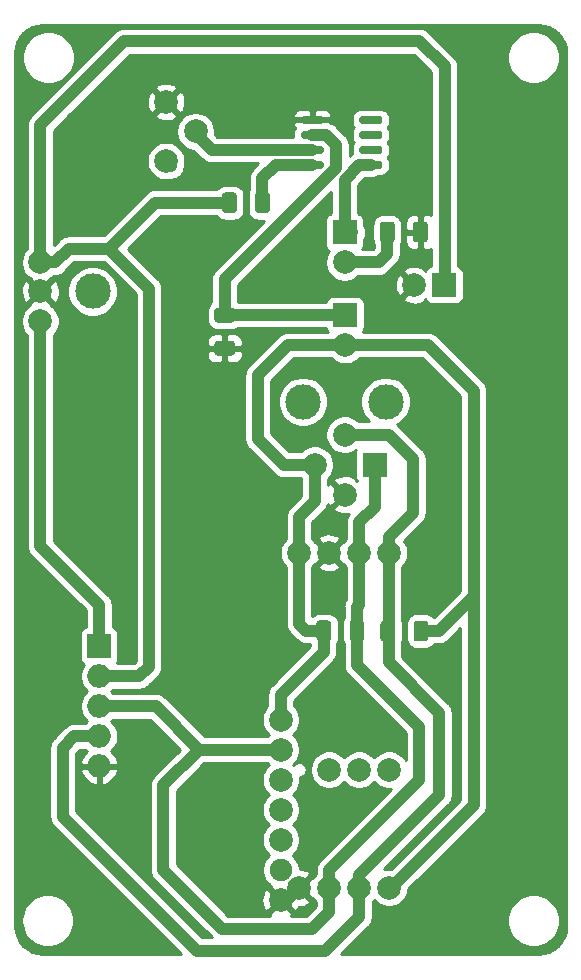
<source format=gbr>
G04 #@! TF.GenerationSoftware,KiCad,Pcbnew,5.1.8-db9833491~88~ubuntu18.04.1*
G04 #@! TF.CreationDate,2020-12-10T12:49:00+05:30*
G04 #@! TF.ProjectId,Permitme_main _sub_V1,5065726d-6974-46d6-955f-6d61696e205f,rev?*
G04 #@! TF.SameCoordinates,Original*
G04 #@! TF.FileFunction,Copper,L2,Bot*
G04 #@! TF.FilePolarity,Positive*
%FSLAX46Y46*%
G04 Gerber Fmt 4.6, Leading zero omitted, Abs format (unit mm)*
G04 Created by KiCad (PCBNEW 5.1.8-db9833491~88~ubuntu18.04.1) date 2020-12-10 12:49:00*
%MOMM*%
%LPD*%
G01*
G04 APERTURE LIST*
G04 #@! TA.AperFunction,ComponentPad*
%ADD10C,3.000000*%
G04 #@! TD*
G04 #@! TA.AperFunction,ComponentPad*
%ADD11C,2.000000*%
G04 #@! TD*
G04 #@! TA.AperFunction,ComponentPad*
%ADD12R,2.000000X2.000000*%
G04 #@! TD*
G04 #@! TA.AperFunction,ComponentPad*
%ADD13O,2.000000X2.000000*%
G04 #@! TD*
G04 #@! TA.AperFunction,ComponentPad*
%ADD14C,1.900000*%
G04 #@! TD*
G04 #@! TA.AperFunction,ComponentPad*
%ADD15C,0.001000*%
G04 #@! TD*
G04 #@! TA.AperFunction,Conductor*
%ADD16C,1.000000*%
G04 #@! TD*
G04 #@! TA.AperFunction,Conductor*
%ADD17C,0.254000*%
G04 #@! TD*
G04 #@! TA.AperFunction,Conductor*
%ADD18C,0.100000*%
G04 #@! TD*
G04 APERTURE END LIST*
D10*
X183104000Y-114462000D03*
X176104000Y-114462000D03*
D11*
X175774000Y-127252000D03*
X178314000Y-127252000D03*
X180854000Y-127252000D03*
X183394000Y-127252000D03*
D12*
X179624000Y-100122000D03*
D11*
X179624000Y-102662000D03*
X164514000Y-89074000D03*
X167014000Y-91574000D03*
X164514000Y-94074000D03*
D13*
X158850000Y-145310000D03*
X158850000Y-142770000D03*
X158850000Y-140230000D03*
X158850000Y-137690000D03*
D12*
X158850000Y-135150000D03*
G04 #@! TA.AperFunction,SMDPad,CuDef*
G36*
G01*
X173305000Y-96975000D02*
X173305000Y-98225000D01*
G75*
G02*
X173055000Y-98475000I-250000J0D01*
G01*
X172305000Y-98475000D01*
G75*
G02*
X172055000Y-98225000I0J250000D01*
G01*
X172055000Y-96975000D01*
G75*
G02*
X172305000Y-96725000I250000J0D01*
G01*
X173055000Y-96725000D01*
G75*
G02*
X173305000Y-96975000I0J-250000D01*
G01*
G37*
G04 #@! TD.AperFunction*
G04 #@! TA.AperFunction,SMDPad,CuDef*
G36*
G01*
X170505000Y-96975000D02*
X170505000Y-98225000D01*
G75*
G02*
X170255000Y-98475000I-250000J0D01*
G01*
X169505000Y-98475000D01*
G75*
G02*
X169255000Y-98225000I0J250000D01*
G01*
X169255000Y-96975000D01*
G75*
G02*
X169505000Y-96725000I250000J0D01*
G01*
X170255000Y-96725000D01*
G75*
G02*
X170505000Y-96975000I0J-250000D01*
G01*
G37*
G04 #@! TD.AperFunction*
D11*
X174234000Y-141382000D03*
X174234000Y-143922000D03*
X174234000Y-146462000D03*
X174234000Y-149002000D03*
X174234000Y-151542000D03*
D14*
X174234000Y-154082000D03*
D11*
X174234000Y-156622000D03*
G04 #@! TA.AperFunction,SMDPad,CuDef*
G36*
G01*
X186719000Y-133247000D02*
X186719000Y-134497000D01*
G75*
G02*
X186469000Y-134747000I-250000J0D01*
G01*
X185719000Y-134747000D01*
G75*
G02*
X185469000Y-134497000I0J250000D01*
G01*
X185469000Y-133247000D01*
G75*
G02*
X185719000Y-132997000I250000J0D01*
G01*
X186469000Y-132997000D01*
G75*
G02*
X186719000Y-133247000I0J-250000D01*
G01*
G37*
G04 #@! TD.AperFunction*
G04 #@! TA.AperFunction,SMDPad,CuDef*
G36*
G01*
X183919000Y-133247000D02*
X183919000Y-134497000D01*
G75*
G02*
X183669000Y-134747000I-250000J0D01*
G01*
X182919000Y-134747000D01*
G75*
G02*
X182669000Y-134497000I0J250000D01*
G01*
X182669000Y-133247000D01*
G75*
G02*
X182919000Y-132997000I250000J0D01*
G01*
X183669000Y-132997000D01*
G75*
G02*
X183919000Y-133247000I0J-250000D01*
G01*
G37*
G04 #@! TD.AperFunction*
X153874000Y-102662000D03*
X153874000Y-105112000D03*
X153874000Y-107652000D03*
D10*
X158304000Y-105112000D03*
G04 #@! TA.AperFunction,SMDPad,CuDef*
G36*
G01*
X175925000Y-94560000D02*
X175925000Y-94260000D01*
G75*
G02*
X176075000Y-94110000I150000J0D01*
G01*
X177725000Y-94110000D01*
G75*
G02*
X177875000Y-94260000I0J-150000D01*
G01*
X177875000Y-94560000D01*
G75*
G02*
X177725000Y-94710000I-150000J0D01*
G01*
X176075000Y-94710000D01*
G75*
G02*
X175925000Y-94560000I0J150000D01*
G01*
G37*
G04 #@! TD.AperFunction*
G04 #@! TA.AperFunction,SMDPad,CuDef*
G36*
G01*
X175925000Y-93290000D02*
X175925000Y-92990000D01*
G75*
G02*
X176075000Y-92840000I150000J0D01*
G01*
X177725000Y-92840000D01*
G75*
G02*
X177875000Y-92990000I0J-150000D01*
G01*
X177875000Y-93290000D01*
G75*
G02*
X177725000Y-93440000I-150000J0D01*
G01*
X176075000Y-93440000D01*
G75*
G02*
X175925000Y-93290000I0J150000D01*
G01*
G37*
G04 #@! TD.AperFunction*
G04 #@! TA.AperFunction,SMDPad,CuDef*
G36*
G01*
X175925000Y-92020000D02*
X175925000Y-91720000D01*
G75*
G02*
X176075000Y-91570000I150000J0D01*
G01*
X177725000Y-91570000D01*
G75*
G02*
X177875000Y-91720000I0J-150000D01*
G01*
X177875000Y-92020000D01*
G75*
G02*
X177725000Y-92170000I-150000J0D01*
G01*
X176075000Y-92170000D01*
G75*
G02*
X175925000Y-92020000I0J150000D01*
G01*
G37*
G04 #@! TD.AperFunction*
G04 #@! TA.AperFunction,SMDPad,CuDef*
G36*
G01*
X175925000Y-90750000D02*
X175925000Y-90450000D01*
G75*
G02*
X176075000Y-90300000I150000J0D01*
G01*
X177725000Y-90300000D01*
G75*
G02*
X177875000Y-90450000I0J-150000D01*
G01*
X177875000Y-90750000D01*
G75*
G02*
X177725000Y-90900000I-150000J0D01*
G01*
X176075000Y-90900000D01*
G75*
G02*
X175925000Y-90750000I0J150000D01*
G01*
G37*
G04 #@! TD.AperFunction*
G04 #@! TA.AperFunction,SMDPad,CuDef*
G36*
G01*
X180875000Y-90750000D02*
X180875000Y-90450000D01*
G75*
G02*
X181025000Y-90300000I150000J0D01*
G01*
X182675000Y-90300000D01*
G75*
G02*
X182825000Y-90450000I0J-150000D01*
G01*
X182825000Y-90750000D01*
G75*
G02*
X182675000Y-90900000I-150000J0D01*
G01*
X181025000Y-90900000D01*
G75*
G02*
X180875000Y-90750000I0J150000D01*
G01*
G37*
G04 #@! TD.AperFunction*
G04 #@! TA.AperFunction,SMDPad,CuDef*
G36*
G01*
X180875000Y-92020000D02*
X180875000Y-91720000D01*
G75*
G02*
X181025000Y-91570000I150000J0D01*
G01*
X182675000Y-91570000D01*
G75*
G02*
X182825000Y-91720000I0J-150000D01*
G01*
X182825000Y-92020000D01*
G75*
G02*
X182675000Y-92170000I-150000J0D01*
G01*
X181025000Y-92170000D01*
G75*
G02*
X180875000Y-92020000I0J150000D01*
G01*
G37*
G04 #@! TD.AperFunction*
G04 #@! TA.AperFunction,SMDPad,CuDef*
G36*
G01*
X180875000Y-93290000D02*
X180875000Y-92990000D01*
G75*
G02*
X181025000Y-92840000I150000J0D01*
G01*
X182675000Y-92840000D01*
G75*
G02*
X182825000Y-92990000I0J-150000D01*
G01*
X182825000Y-93290000D01*
G75*
G02*
X182675000Y-93440000I-150000J0D01*
G01*
X181025000Y-93440000D01*
G75*
G02*
X180875000Y-93290000I0J150000D01*
G01*
G37*
G04 #@! TD.AperFunction*
G04 #@! TA.AperFunction,SMDPad,CuDef*
G36*
G01*
X180875000Y-94560000D02*
X180875000Y-94260000D01*
G75*
G02*
X181025000Y-94110000I150000J0D01*
G01*
X182675000Y-94110000D01*
G75*
G02*
X182825000Y-94260000I0J-150000D01*
G01*
X182825000Y-94560000D01*
G75*
G02*
X182675000Y-94710000I-150000J0D01*
G01*
X181025000Y-94710000D01*
G75*
G02*
X180875000Y-94560000I0J150000D01*
G01*
G37*
G04 #@! TD.AperFunction*
D12*
X182174000Y-119782000D03*
D11*
X177094000Y-119782000D03*
X179634000Y-122322000D03*
X179634000Y-117242000D03*
G04 #@! TA.AperFunction,SMDPad,CuDef*
G36*
G01*
X177249000Y-134477000D02*
X177249000Y-133227000D01*
G75*
G02*
X177499000Y-132977000I250000J0D01*
G01*
X178249000Y-132977000D01*
G75*
G02*
X178499000Y-133227000I0J-250000D01*
G01*
X178499000Y-134477000D01*
G75*
G02*
X178249000Y-134727000I-250000J0D01*
G01*
X177499000Y-134727000D01*
G75*
G02*
X177249000Y-134477000I0J250000D01*
G01*
G37*
G04 #@! TD.AperFunction*
G04 #@! TA.AperFunction,SMDPad,CuDef*
G36*
G01*
X180049000Y-134477000D02*
X180049000Y-133227000D01*
G75*
G02*
X180299000Y-132977000I250000J0D01*
G01*
X181049000Y-132977000D01*
G75*
G02*
X181299000Y-133227000I0J-250000D01*
G01*
X181299000Y-134477000D01*
G75*
G02*
X181049000Y-134727000I-250000J0D01*
G01*
X180299000Y-134727000D01*
G75*
G02*
X180049000Y-134477000I0J250000D01*
G01*
G37*
G04 #@! TD.AperFunction*
G04 #@! TA.AperFunction,SMDPad,CuDef*
G36*
G01*
X168855000Y-109305000D02*
X170105000Y-109305000D01*
G75*
G02*
X170355000Y-109555000I0J-250000D01*
G01*
X170355000Y-110305000D01*
G75*
G02*
X170105000Y-110555000I-250000J0D01*
G01*
X168855000Y-110555000D01*
G75*
G02*
X168605000Y-110305000I0J250000D01*
G01*
X168605000Y-109555000D01*
G75*
G02*
X168855000Y-109305000I250000J0D01*
G01*
G37*
G04 #@! TD.AperFunction*
G04 #@! TA.AperFunction,SMDPad,CuDef*
G36*
G01*
X168855000Y-106505000D02*
X170105000Y-106505000D01*
G75*
G02*
X170355000Y-106755000I0J-250000D01*
G01*
X170355000Y-107505000D01*
G75*
G02*
X170105000Y-107755000I-250000J0D01*
G01*
X168855000Y-107755000D01*
G75*
G02*
X168605000Y-107505000I0J250000D01*
G01*
X168605000Y-106755000D01*
G75*
G02*
X168855000Y-106505000I250000J0D01*
G01*
G37*
G04 #@! TD.AperFunction*
G04 #@! TA.AperFunction,SMDPad,CuDef*
G36*
G01*
X182615000Y-100715000D02*
X182615000Y-99465000D01*
G75*
G02*
X182865000Y-99215000I250000J0D01*
G01*
X183615000Y-99215000D01*
G75*
G02*
X183865000Y-99465000I0J-250000D01*
G01*
X183865000Y-100715000D01*
G75*
G02*
X183615000Y-100965000I-250000J0D01*
G01*
X182865000Y-100965000D01*
G75*
G02*
X182615000Y-100715000I0J250000D01*
G01*
G37*
G04 #@! TD.AperFunction*
G04 #@! TA.AperFunction,SMDPad,CuDef*
G36*
G01*
X185415000Y-100715000D02*
X185415000Y-99465000D01*
G75*
G02*
X185665000Y-99215000I250000J0D01*
G01*
X186415000Y-99215000D01*
G75*
G02*
X186665000Y-99465000I0J-250000D01*
G01*
X186665000Y-100715000D01*
G75*
G02*
X186415000Y-100965000I-250000J0D01*
G01*
X185665000Y-100965000D01*
G75*
G02*
X185415000Y-100715000I0J250000D01*
G01*
G37*
G04 #@! TD.AperFunction*
X175784000Y-155612000D03*
X178324000Y-155612000D03*
X180864000Y-155612000D03*
X183404000Y-155612000D03*
D15*
X175784000Y-145612000D03*
D11*
X178324000Y-145612000D03*
X180864000Y-145612000D03*
X183404000Y-145612000D03*
X185534000Y-104582000D03*
D12*
X188074000Y-104582000D03*
D11*
X179684000Y-109652000D03*
D12*
X179684000Y-107112000D03*
D16*
X179624000Y-102662000D02*
X182518000Y-102662000D01*
X183240000Y-101940000D02*
X183240000Y-100090000D01*
X182518000Y-102662000D02*
X183240000Y-101940000D01*
X176900000Y-94410000D02*
X173810000Y-94410000D01*
X172680000Y-95540000D02*
X172680000Y-97600000D01*
X173810000Y-94410000D02*
X172680000Y-95540000D01*
X168374000Y-93140000D02*
X167530000Y-92296000D01*
X176900000Y-93140000D02*
X168374000Y-93140000D01*
X169498000Y-107112000D02*
X169480000Y-107130000D01*
X179684000Y-107112000D02*
X169498000Y-107112000D01*
X169480000Y-104560000D02*
X169480000Y-107130000D01*
X169480000Y-104080000D02*
X169480000Y-104560000D01*
X178920000Y-94640000D02*
X169480000Y-104080000D01*
X178920000Y-92720000D02*
X178920000Y-94640000D01*
X176900000Y-91870000D02*
X178070000Y-91870000D01*
X178070000Y-91870000D02*
X178920000Y-92720000D01*
X172290000Y-112226000D02*
X174864000Y-109652000D01*
X172290000Y-117610000D02*
X172290000Y-112226000D01*
X179684000Y-109652000D02*
X186682000Y-109652000D01*
X186144000Y-133872000D02*
X187594000Y-133872000D01*
X176374000Y-133852000D02*
X177824000Y-133852000D01*
X175774000Y-127252000D02*
X175634000Y-127392000D01*
X164954000Y-94514000D02*
X164514000Y-94074000D01*
X153874000Y-107652000D02*
X153934000Y-107652000D01*
X179624000Y-100122000D02*
X179624000Y-95666000D01*
X180880000Y-94410000D02*
X181850000Y-94410000D01*
X179624000Y-95666000D02*
X180880000Y-94410000D01*
X153874000Y-107652000D02*
X153874000Y-126684000D01*
X158850000Y-131660000D02*
X158850000Y-135150000D01*
X153874000Y-126684000D02*
X158850000Y-131660000D01*
X190554000Y-115364000D02*
X190554000Y-130912000D01*
X179684000Y-109652000D02*
X180766000Y-109652000D01*
X174864000Y-109652000D02*
X179684000Y-109652000D01*
X190554000Y-113524000D02*
X190554000Y-115364000D01*
X186682000Y-109652000D02*
X190554000Y-113524000D01*
X175774000Y-133252000D02*
X176374000Y-133852000D01*
X175774000Y-127252000D02*
X175774000Y-133252000D01*
X187594000Y-133872000D02*
X187614000Y-133872000D01*
X190554000Y-130912000D02*
X187594000Y-133872000D01*
X174234000Y-141382000D02*
X174234000Y-139282000D01*
X177874000Y-135642000D02*
X177874000Y-133852000D01*
X174234000Y-139282000D02*
X177874000Y-135642000D01*
X183404000Y-155612000D02*
X183564000Y-155612000D01*
X190554000Y-148622000D02*
X190554000Y-130912000D01*
X183564000Y-155612000D02*
X190554000Y-148622000D01*
X179624000Y-100122000D02*
X180294000Y-100122000D01*
X177094000Y-119782000D02*
X177094000Y-122886000D01*
X175774000Y-124206000D02*
X175774000Y-127252000D01*
X177094000Y-122886000D02*
X175774000Y-124206000D01*
X174462000Y-119782000D02*
X172290000Y-117610000D01*
X177094000Y-119782000D02*
X174462000Y-119782000D01*
X174774000Y-156622000D02*
X175784000Y-155612000D01*
X174234000Y-156622000D02*
X174774000Y-156622000D01*
X159700000Y-101510000D02*
X163070000Y-104880000D01*
X163070000Y-104880000D02*
X163070000Y-136880000D01*
X188104000Y-90216000D02*
X188104000Y-104552000D01*
X188110000Y-88470000D02*
X188110000Y-90210000D01*
X188104000Y-104552000D02*
X188074000Y-104582000D01*
X188110000Y-90210000D02*
X188104000Y-90216000D01*
X160980000Y-83930000D02*
X153874000Y-91036000D01*
X153874000Y-91036000D02*
X153874000Y-102662000D01*
X188110000Y-88470000D02*
X188110000Y-86070000D01*
X185970000Y-83930000D02*
X160980000Y-83930000D01*
X188110000Y-86070000D02*
X185970000Y-83930000D01*
X163610000Y-97600000D02*
X159700000Y-101510000D01*
X169880000Y-97600000D02*
X163610000Y-97600000D01*
X162260000Y-137690000D02*
X158850000Y-137690000D01*
X155138000Y-102662000D02*
X156290000Y-101510000D01*
X153874000Y-102662000D02*
X155138000Y-102662000D01*
X163070000Y-136880000D02*
X162260000Y-137690000D01*
X156290000Y-101510000D02*
X159700000Y-101510000D01*
X180854000Y-127252000D02*
X180714000Y-127392000D01*
X182174000Y-119782000D02*
X182174000Y-123342000D01*
X180854000Y-124662000D02*
X180854000Y-127252000D01*
X169290000Y-159100000D02*
X164295000Y-154105000D01*
X178324000Y-155612000D02*
X178324000Y-157626000D01*
X176850000Y-159100000D02*
X169290000Y-159100000D01*
X164295000Y-154105000D02*
X164295000Y-146925000D01*
X164295000Y-146925000D02*
X167298000Y-143922000D01*
X182174000Y-123342000D02*
X180854000Y-124662000D01*
X180854000Y-127252000D02*
X180854000Y-131632000D01*
X180674000Y-131812000D02*
X180674000Y-133852000D01*
X180854000Y-131632000D02*
X180674000Y-131812000D01*
X180674000Y-136724000D02*
X180674000Y-133852000D01*
X185944000Y-141994000D02*
X180674000Y-136724000D01*
X185944000Y-146482000D02*
X185944000Y-141994000D01*
X178324000Y-155612000D02*
X178324000Y-154102000D01*
X178324000Y-154102000D02*
X185944000Y-146482000D01*
X158850000Y-140230000D02*
X163640000Y-140230000D01*
X167332000Y-143922000D02*
X174234000Y-143922000D01*
X163640000Y-140230000D02*
X167332000Y-143922000D01*
X167298000Y-143922000D02*
X167332000Y-143922000D01*
X178324000Y-157626000D02*
X176850000Y-159100000D01*
X183254000Y-127392000D02*
X183394000Y-127252000D01*
X183394000Y-125896000D02*
X183394000Y-127252000D01*
X185434000Y-123856000D02*
X183394000Y-125896000D01*
X185434000Y-119304000D02*
X185434000Y-123856000D01*
X179634000Y-117242000D02*
X183372000Y-117242000D01*
X183372000Y-117242000D02*
X185434000Y-119304000D01*
X187644000Y-140772000D02*
X183394000Y-136522000D01*
X183394000Y-136522000D02*
X183394000Y-127252000D01*
X187644000Y-147772000D02*
X187644000Y-140772000D01*
X180864000Y-155612000D02*
X180864000Y-154552000D01*
X180864000Y-154552000D02*
X187644000Y-147772000D01*
X180864000Y-158086000D02*
X180864000Y-155612000D01*
X156750000Y-142770000D02*
X155780000Y-143740000D01*
X155780000Y-143740000D02*
X155780000Y-149590000D01*
X158850000Y-142770000D02*
X156750000Y-142770000D01*
X167130000Y-160940000D02*
X178010000Y-160940000D01*
X155780000Y-149590000D02*
X167130000Y-160940000D01*
X178010000Y-160940000D02*
X180864000Y-158086000D01*
D17*
X196519016Y-82602312D02*
X196950930Y-82732714D01*
X197349285Y-82944524D01*
X197698914Y-83229675D01*
X197986497Y-83577303D01*
X198201086Y-83974177D01*
X198334498Y-84405161D01*
X198385001Y-84885663D01*
X198385000Y-158846495D01*
X198337688Y-159329016D01*
X198207287Y-159760927D01*
X197995480Y-160159280D01*
X197710325Y-160508914D01*
X197362697Y-160796497D01*
X196965825Y-161011085D01*
X196534834Y-161144500D01*
X196054346Y-161195000D01*
X179360131Y-161195000D01*
X181627146Y-158927987D01*
X181670449Y-158892449D01*
X181723776Y-158827471D01*
X181812284Y-158719623D01*
X181917676Y-158522447D01*
X181982577Y-158308499D01*
X181986078Y-158272950D01*
X181995245Y-158179872D01*
X193395000Y-158179872D01*
X193395000Y-158620128D01*
X193480890Y-159051925D01*
X193649369Y-159458669D01*
X193893962Y-159824729D01*
X194205271Y-160136038D01*
X194571331Y-160380631D01*
X194978075Y-160549110D01*
X195409872Y-160635000D01*
X195850128Y-160635000D01*
X196281925Y-160549110D01*
X196688669Y-160380631D01*
X197054729Y-160136038D01*
X197366038Y-159824729D01*
X197610631Y-159458669D01*
X197779110Y-159051925D01*
X197865000Y-158620128D01*
X197865000Y-158179872D01*
X197779110Y-157748075D01*
X197610631Y-157341331D01*
X197366038Y-156975271D01*
X197054729Y-156663962D01*
X196688669Y-156419369D01*
X196281925Y-156250890D01*
X195850128Y-156165000D01*
X195409872Y-156165000D01*
X194978075Y-156250890D01*
X194571331Y-156419369D01*
X194205271Y-156663962D01*
X193893962Y-156975271D01*
X193649369Y-157341331D01*
X193480890Y-157748075D01*
X193395000Y-158179872D01*
X181995245Y-158179872D01*
X181999000Y-158141752D01*
X181999000Y-158141751D01*
X182004491Y-158086000D01*
X181999000Y-158030248D01*
X181999000Y-156789239D01*
X182133987Y-156654252D01*
X182134000Y-156654233D01*
X182134013Y-156654252D01*
X182361748Y-156881987D01*
X182629537Y-157060918D01*
X182927088Y-157184168D01*
X183242967Y-157247000D01*
X183565033Y-157247000D01*
X183880912Y-157184168D01*
X184178463Y-157060918D01*
X184446252Y-156881987D01*
X184673987Y-156654252D01*
X184852918Y-156386463D01*
X184976168Y-156088912D01*
X185039000Y-155773033D01*
X185039000Y-155742131D01*
X191317141Y-149463991D01*
X191360449Y-149428449D01*
X191502284Y-149255623D01*
X191607676Y-149058447D01*
X191672577Y-148844499D01*
X191689000Y-148677752D01*
X191689000Y-148677751D01*
X191694491Y-148622000D01*
X191689000Y-148566248D01*
X191689000Y-130967752D01*
X191694491Y-130912001D01*
X191689000Y-130856248D01*
X191689000Y-113579751D01*
X191694491Y-113524000D01*
X191672577Y-113301501D01*
X191607676Y-113087553D01*
X191578222Y-113032448D01*
X191502284Y-112890377D01*
X191360449Y-112717551D01*
X191317141Y-112682009D01*
X187523996Y-108888865D01*
X187488449Y-108845551D01*
X187315623Y-108703716D01*
X187118447Y-108598324D01*
X186904499Y-108533423D01*
X186737752Y-108517000D01*
X186737751Y-108517000D01*
X186682000Y-108511509D01*
X186626249Y-108517000D01*
X181173088Y-108517000D01*
X181214537Y-108466494D01*
X181273502Y-108356180D01*
X181309812Y-108236482D01*
X181322072Y-108112000D01*
X181322072Y-106112000D01*
X181309812Y-105987518D01*
X181273502Y-105867820D01*
X181214537Y-105757506D01*
X181135185Y-105660815D01*
X181038494Y-105581463D01*
X180928180Y-105522498D01*
X180808482Y-105486188D01*
X180684000Y-105473928D01*
X178684000Y-105473928D01*
X178559518Y-105486188D01*
X178439820Y-105522498D01*
X178329506Y-105581463D01*
X178232815Y-105660815D01*
X178153463Y-105757506D01*
X178094498Y-105867820D01*
X178061379Y-105977000D01*
X170615000Y-105977000D01*
X170615000Y-104644595D01*
X183892282Y-104644595D01*
X183936039Y-104963675D01*
X184041205Y-105268088D01*
X184134186Y-105442044D01*
X184398587Y-105537808D01*
X185354395Y-104582000D01*
X184398587Y-103626192D01*
X184134186Y-103721956D01*
X183993296Y-104011571D01*
X183911616Y-104323108D01*
X183892282Y-104644595D01*
X170615000Y-104644595D01*
X170615000Y-104550131D01*
X178489001Y-96676131D01*
X178489000Y-98499378D01*
X178379820Y-98532498D01*
X178269506Y-98591463D01*
X178172815Y-98670815D01*
X178093463Y-98767506D01*
X178034498Y-98877820D01*
X177998188Y-98997518D01*
X177985928Y-99122000D01*
X177985928Y-101122000D01*
X177998188Y-101246482D01*
X178034498Y-101366180D01*
X178093463Y-101476494D01*
X178172815Y-101573185D01*
X178269506Y-101652537D01*
X178315630Y-101677191D01*
X178175082Y-101887537D01*
X178051832Y-102185088D01*
X177989000Y-102500967D01*
X177989000Y-102823033D01*
X178051832Y-103138912D01*
X178175082Y-103436463D01*
X178354013Y-103704252D01*
X178581748Y-103931987D01*
X178849537Y-104110918D01*
X179147088Y-104234168D01*
X179462967Y-104297000D01*
X179785033Y-104297000D01*
X180100912Y-104234168D01*
X180398463Y-104110918D01*
X180666252Y-103931987D01*
X180801239Y-103797000D01*
X182462249Y-103797000D01*
X182518000Y-103802491D01*
X182573751Y-103797000D01*
X182573752Y-103797000D01*
X182740499Y-103780577D01*
X182954447Y-103715676D01*
X183151623Y-103610284D01*
X183324449Y-103468449D01*
X183359996Y-103425135D01*
X184003135Y-102781996D01*
X184046449Y-102746449D01*
X184188284Y-102573623D01*
X184293676Y-102376447D01*
X184358577Y-102162499D01*
X184375000Y-101995752D01*
X184375000Y-101995745D01*
X184380490Y-101940001D01*
X184375000Y-101884257D01*
X184375000Y-101167985D01*
X184435472Y-101054850D01*
X184462727Y-100965000D01*
X184776928Y-100965000D01*
X184789188Y-101089482D01*
X184825498Y-101209180D01*
X184884463Y-101319494D01*
X184963815Y-101416185D01*
X185060506Y-101495537D01*
X185170820Y-101554502D01*
X185290518Y-101590812D01*
X185415000Y-101603072D01*
X185754250Y-101600000D01*
X185913000Y-101441250D01*
X185913000Y-100217000D01*
X184938750Y-100217000D01*
X184780000Y-100375750D01*
X184776928Y-100965000D01*
X184462727Y-100965000D01*
X184486008Y-100888254D01*
X184503072Y-100715000D01*
X184503072Y-99465000D01*
X184486008Y-99291746D01*
X184462728Y-99215000D01*
X184776928Y-99215000D01*
X184780000Y-99804250D01*
X184938750Y-99963000D01*
X185913000Y-99963000D01*
X185913000Y-98738750D01*
X185754250Y-98580000D01*
X185415000Y-98576928D01*
X185290518Y-98589188D01*
X185170820Y-98625498D01*
X185060506Y-98684463D01*
X184963815Y-98763815D01*
X184884463Y-98860506D01*
X184825498Y-98970820D01*
X184789188Y-99090518D01*
X184776928Y-99215000D01*
X184462728Y-99215000D01*
X184435472Y-99125150D01*
X184353405Y-98971614D01*
X184242962Y-98837038D01*
X184108386Y-98726595D01*
X183954850Y-98644528D01*
X183788254Y-98593992D01*
X183615000Y-98576928D01*
X182865000Y-98576928D01*
X182691746Y-98593992D01*
X182525150Y-98644528D01*
X182371614Y-98726595D01*
X182237038Y-98837038D01*
X182126595Y-98971614D01*
X182044528Y-99125150D01*
X181993992Y-99291746D01*
X181976928Y-99465000D01*
X181976928Y-100715000D01*
X181993992Y-100888254D01*
X182044528Y-101054850D01*
X182105000Y-101167986D01*
X182105000Y-101469869D01*
X182047869Y-101527000D01*
X181113088Y-101527000D01*
X181154537Y-101476494D01*
X181213502Y-101366180D01*
X181249812Y-101246482D01*
X181262072Y-101122000D01*
X181262072Y-100718602D01*
X181347676Y-100558447D01*
X181412577Y-100344499D01*
X181434491Y-100122000D01*
X181412577Y-99899501D01*
X181347676Y-99685553D01*
X181262072Y-99525398D01*
X181262072Y-99122000D01*
X181249812Y-98997518D01*
X181213502Y-98877820D01*
X181154537Y-98767506D01*
X181075185Y-98670815D01*
X180978494Y-98591463D01*
X180868180Y-98532498D01*
X180759000Y-98499379D01*
X180759000Y-96136131D01*
X181350132Y-95545000D01*
X181905752Y-95545000D01*
X182072499Y-95528577D01*
X182286447Y-95463676D01*
X182483623Y-95358284D01*
X182496066Y-95348072D01*
X182675000Y-95348072D01*
X182828745Y-95332929D01*
X182976582Y-95288084D01*
X183112829Y-95215258D01*
X183232251Y-95117251D01*
X183330258Y-94997829D01*
X183403084Y-94861582D01*
X183447929Y-94713745D01*
X183463072Y-94560000D01*
X183463072Y-94260000D01*
X183447929Y-94106255D01*
X183403084Y-93958418D01*
X183330258Y-93822171D01*
X183291546Y-93775000D01*
X183330258Y-93727829D01*
X183403084Y-93591582D01*
X183447929Y-93443745D01*
X183463072Y-93290000D01*
X183463072Y-92990000D01*
X183447929Y-92836255D01*
X183403084Y-92688418D01*
X183330258Y-92552171D01*
X183291546Y-92505000D01*
X183330258Y-92457829D01*
X183403084Y-92321582D01*
X183447929Y-92173745D01*
X183463072Y-92020000D01*
X183463072Y-91720000D01*
X183447929Y-91566255D01*
X183403084Y-91418418D01*
X183330258Y-91282171D01*
X183291546Y-91235000D01*
X183330258Y-91187829D01*
X183403084Y-91051582D01*
X183447929Y-90903745D01*
X183463072Y-90750000D01*
X183463072Y-90450000D01*
X183447929Y-90296255D01*
X183403084Y-90148418D01*
X183330258Y-90012171D01*
X183232251Y-89892749D01*
X183112829Y-89794742D01*
X182976582Y-89721916D01*
X182828745Y-89677071D01*
X182675000Y-89661928D01*
X181025000Y-89661928D01*
X180871255Y-89677071D01*
X180723418Y-89721916D01*
X180587171Y-89794742D01*
X180467749Y-89892749D01*
X180369742Y-90012171D01*
X180296916Y-90148418D01*
X180252071Y-90296255D01*
X180236928Y-90450000D01*
X180236928Y-90750000D01*
X180252071Y-90903745D01*
X180296916Y-91051582D01*
X180369742Y-91187829D01*
X180408454Y-91235000D01*
X180369742Y-91282171D01*
X180296916Y-91418418D01*
X180252071Y-91566255D01*
X180236928Y-91720000D01*
X180236928Y-92020000D01*
X180252071Y-92173745D01*
X180296916Y-92321582D01*
X180369742Y-92457829D01*
X180408454Y-92505000D01*
X180369742Y-92552171D01*
X180296916Y-92688418D01*
X180252071Y-92836255D01*
X180236928Y-92990000D01*
X180236928Y-93290000D01*
X180252071Y-93443745D01*
X180255967Y-93456590D01*
X180246377Y-93461716D01*
X180073551Y-93603551D01*
X180055000Y-93626155D01*
X180055000Y-92775752D01*
X180060491Y-92720000D01*
X180051143Y-92625082D01*
X180038577Y-92497501D01*
X179973676Y-92283553D01*
X179868284Y-92086377D01*
X179839179Y-92050912D01*
X179761989Y-91956856D01*
X179761987Y-91956854D01*
X179726449Y-91913551D01*
X179683145Y-91878013D01*
X178911995Y-91106864D01*
X178876449Y-91063551D01*
X178703623Y-90921716D01*
X178506447Y-90816324D01*
X178411890Y-90787640D01*
X178351250Y-90727000D01*
X177027000Y-90727000D01*
X177027000Y-90735000D01*
X176844248Y-90735000D01*
X176773000Y-90742017D01*
X176773000Y-90727000D01*
X175448750Y-90727000D01*
X175290000Y-90885750D01*
X175286928Y-90900000D01*
X175299188Y-91024482D01*
X175335498Y-91144180D01*
X175394463Y-91254494D01*
X175418730Y-91284064D01*
X175346916Y-91418418D01*
X175302071Y-91566255D01*
X175286928Y-91720000D01*
X175286928Y-92005000D01*
X168844132Y-92005000D01*
X168636584Y-91797453D01*
X168649000Y-91735033D01*
X168649000Y-91412967D01*
X168586168Y-91097088D01*
X168462918Y-90799537D01*
X168283987Y-90531748D01*
X168056252Y-90304013D01*
X168050247Y-90300000D01*
X175286928Y-90300000D01*
X175290000Y-90314250D01*
X175448750Y-90473000D01*
X176773000Y-90473000D01*
X176773000Y-89823750D01*
X177027000Y-89823750D01*
X177027000Y-90473000D01*
X178351250Y-90473000D01*
X178510000Y-90314250D01*
X178513072Y-90300000D01*
X178500812Y-90175518D01*
X178464502Y-90055820D01*
X178405537Y-89945506D01*
X178326185Y-89848815D01*
X178229494Y-89769463D01*
X178119180Y-89710498D01*
X177999482Y-89674188D01*
X177875000Y-89661928D01*
X177185750Y-89665000D01*
X177027000Y-89823750D01*
X176773000Y-89823750D01*
X176614250Y-89665000D01*
X175925000Y-89661928D01*
X175800518Y-89674188D01*
X175680820Y-89710498D01*
X175570506Y-89769463D01*
X175473815Y-89848815D01*
X175394463Y-89945506D01*
X175335498Y-90055820D01*
X175299188Y-90175518D01*
X175286928Y-90300000D01*
X168050247Y-90300000D01*
X167788463Y-90125082D01*
X167490912Y-90001832D01*
X167175033Y-89939000D01*
X166852967Y-89939000D01*
X166537088Y-90001832D01*
X166239537Y-90125082D01*
X165971748Y-90304013D01*
X165744013Y-90531748D01*
X165565082Y-90799537D01*
X165441832Y-91097088D01*
X165379000Y-91412967D01*
X165379000Y-91735033D01*
X165441832Y-92050912D01*
X165565082Y-92348463D01*
X165744013Y-92616252D01*
X165971748Y-92843987D01*
X166239537Y-93022918D01*
X166537088Y-93146168D01*
X166834120Y-93205251D01*
X167532008Y-93903140D01*
X167567551Y-93946449D01*
X167740377Y-94088284D01*
X167937553Y-94193676D01*
X168151501Y-94258577D01*
X168318248Y-94275000D01*
X168318257Y-94275000D01*
X168373999Y-94280490D01*
X168429741Y-94275000D01*
X172339869Y-94275000D01*
X171916864Y-94698004D01*
X171873551Y-94733551D01*
X171731716Y-94906377D01*
X171658357Y-95043624D01*
X171626324Y-95103554D01*
X171561423Y-95317502D01*
X171539509Y-95540000D01*
X171545000Y-95595752D01*
X171545000Y-96522014D01*
X171484528Y-96635150D01*
X171433992Y-96801746D01*
X171416928Y-96975000D01*
X171416928Y-98225000D01*
X171433992Y-98398254D01*
X171484528Y-98564850D01*
X171566595Y-98718386D01*
X171677038Y-98852962D01*
X171811614Y-98963405D01*
X171965150Y-99045472D01*
X172131746Y-99096008D01*
X172305000Y-99113072D01*
X172841797Y-99113072D01*
X168716865Y-103238004D01*
X168673551Y-103273551D01*
X168531716Y-103446377D01*
X168459225Y-103582000D01*
X168426324Y-103643554D01*
X168361423Y-103857502D01*
X168339509Y-104080000D01*
X168345000Y-104135751D01*
X168345000Y-104504249D01*
X168345001Y-106030229D01*
X168227038Y-106127038D01*
X168116595Y-106261614D01*
X168034528Y-106415150D01*
X167983992Y-106581746D01*
X167966928Y-106755000D01*
X167966928Y-107505000D01*
X167983992Y-107678254D01*
X168034528Y-107844850D01*
X168116595Y-107998386D01*
X168227038Y-108132962D01*
X168361614Y-108243405D01*
X168515150Y-108325472D01*
X168681746Y-108376008D01*
X168855000Y-108393072D01*
X170105000Y-108393072D01*
X170278254Y-108376008D01*
X170444850Y-108325472D01*
X170591660Y-108247000D01*
X178061379Y-108247000D01*
X178094498Y-108356180D01*
X178153463Y-108466494D01*
X178194912Y-108517000D01*
X174919752Y-108517000D01*
X174864000Y-108511509D01*
X174641501Y-108533423D01*
X174427553Y-108598324D01*
X174230377Y-108703716D01*
X174100856Y-108810011D01*
X174100855Y-108810012D01*
X174057551Y-108845551D01*
X174022013Y-108888854D01*
X171526860Y-111384009D01*
X171483552Y-111419551D01*
X171341717Y-111592377D01*
X171285384Y-111697770D01*
X171236324Y-111789554D01*
X171171423Y-112003502D01*
X171149509Y-112226000D01*
X171155001Y-112281761D01*
X171155000Y-117554248D01*
X171149509Y-117610000D01*
X171155000Y-117665751D01*
X171171423Y-117832498D01*
X171236324Y-118046446D01*
X171341716Y-118243623D01*
X171483551Y-118416449D01*
X171526865Y-118451996D01*
X173620009Y-120545141D01*
X173655551Y-120588449D01*
X173828377Y-120730284D01*
X174025553Y-120835676D01*
X174239501Y-120900577D01*
X174462000Y-120922491D01*
X174517752Y-120917000D01*
X175916761Y-120917000D01*
X175959000Y-120959239D01*
X175959001Y-122415867D01*
X175010865Y-123364004D01*
X174967551Y-123399551D01*
X174825716Y-123572377D01*
X174720325Y-123769553D01*
X174720324Y-123769554D01*
X174655423Y-123983502D01*
X174633509Y-124206000D01*
X174639000Y-124261752D01*
X174639001Y-126074760D01*
X174504013Y-126209748D01*
X174325082Y-126477537D01*
X174201832Y-126775088D01*
X174139000Y-127090967D01*
X174139000Y-127413033D01*
X174201832Y-127728912D01*
X174325082Y-128026463D01*
X174504013Y-128294252D01*
X174639000Y-128429239D01*
X174639001Y-133196239D01*
X174633509Y-133252000D01*
X174655423Y-133474498D01*
X174720324Y-133688446D01*
X174769384Y-133780230D01*
X174825717Y-133885623D01*
X174967552Y-134058449D01*
X175010860Y-134093991D01*
X175532004Y-134615135D01*
X175567551Y-134658449D01*
X175740377Y-134800284D01*
X175937553Y-134905676D01*
X176101705Y-134955471D01*
X176151500Y-134970577D01*
X176373999Y-134992491D01*
X176429751Y-134987000D01*
X176739000Y-134987000D01*
X176739000Y-135171868D01*
X173470860Y-138440009D01*
X173427552Y-138475551D01*
X173285717Y-138648377D01*
X173240885Y-138732252D01*
X173180324Y-138845554D01*
X173115423Y-139059502D01*
X173093509Y-139282000D01*
X173099001Y-139337761D01*
X173099001Y-140204760D01*
X172964013Y-140339748D01*
X172785082Y-140607537D01*
X172661832Y-140905088D01*
X172599000Y-141220967D01*
X172599000Y-141543033D01*
X172661832Y-141858912D01*
X172785082Y-142156463D01*
X172964013Y-142424252D01*
X173191748Y-142651987D01*
X173191767Y-142652000D01*
X173191748Y-142652013D01*
X173056761Y-142787000D01*
X167802132Y-142787000D01*
X164481996Y-139466865D01*
X164446449Y-139423551D01*
X164273623Y-139281716D01*
X164076447Y-139176324D01*
X163862499Y-139111423D01*
X163695752Y-139095000D01*
X163695751Y-139095000D01*
X163640000Y-139089509D01*
X163584249Y-139095000D01*
X160027239Y-139095000D01*
X159892252Y-138960013D01*
X159892233Y-138960000D01*
X159892252Y-138959987D01*
X160027239Y-138825000D01*
X162204249Y-138825000D01*
X162260000Y-138830491D01*
X162315751Y-138825000D01*
X162315752Y-138825000D01*
X162482499Y-138808577D01*
X162696447Y-138743676D01*
X162893623Y-138638284D01*
X163066449Y-138496449D01*
X163101995Y-138453136D01*
X163833140Y-137721992D01*
X163876449Y-137686449D01*
X164018284Y-137513623D01*
X164123676Y-137316447D01*
X164188577Y-137102499D01*
X164205000Y-136935752D01*
X164210491Y-136880000D01*
X164205000Y-136824249D01*
X164205000Y-110555000D01*
X167966928Y-110555000D01*
X167979188Y-110679482D01*
X168015498Y-110799180D01*
X168074463Y-110909494D01*
X168153815Y-111006185D01*
X168250506Y-111085537D01*
X168360820Y-111144502D01*
X168480518Y-111180812D01*
X168605000Y-111193072D01*
X169194250Y-111190000D01*
X169353000Y-111031250D01*
X169353000Y-110057000D01*
X169607000Y-110057000D01*
X169607000Y-111031250D01*
X169765750Y-111190000D01*
X170355000Y-111193072D01*
X170479482Y-111180812D01*
X170599180Y-111144502D01*
X170709494Y-111085537D01*
X170806185Y-111006185D01*
X170885537Y-110909494D01*
X170944502Y-110799180D01*
X170980812Y-110679482D01*
X170993072Y-110555000D01*
X170990000Y-110215750D01*
X170831250Y-110057000D01*
X169607000Y-110057000D01*
X169353000Y-110057000D01*
X168128750Y-110057000D01*
X167970000Y-110215750D01*
X167966928Y-110555000D01*
X164205000Y-110555000D01*
X164205000Y-109305000D01*
X167966928Y-109305000D01*
X167970000Y-109644250D01*
X168128750Y-109803000D01*
X169353000Y-109803000D01*
X169353000Y-108828750D01*
X169607000Y-108828750D01*
X169607000Y-109803000D01*
X170831250Y-109803000D01*
X170990000Y-109644250D01*
X170993072Y-109305000D01*
X170980812Y-109180518D01*
X170944502Y-109060820D01*
X170885537Y-108950506D01*
X170806185Y-108853815D01*
X170709494Y-108774463D01*
X170599180Y-108715498D01*
X170479482Y-108679188D01*
X170355000Y-108666928D01*
X169765750Y-108670000D01*
X169607000Y-108828750D01*
X169353000Y-108828750D01*
X169194250Y-108670000D01*
X168605000Y-108666928D01*
X168480518Y-108679188D01*
X168360820Y-108715498D01*
X168250506Y-108774463D01*
X168153815Y-108853815D01*
X168074463Y-108950506D01*
X168015498Y-109060820D01*
X167979188Y-109180518D01*
X167966928Y-109305000D01*
X164205000Y-109305000D01*
X164205000Y-104935752D01*
X164210491Y-104880000D01*
X164188577Y-104657501D01*
X164123676Y-104443553D01*
X164018284Y-104246377D01*
X163911989Y-104116856D01*
X163911987Y-104116854D01*
X163876449Y-104073551D01*
X163833146Y-104038013D01*
X161305131Y-101510000D01*
X164080132Y-98735000D01*
X168780230Y-98735000D01*
X168877038Y-98852962D01*
X169011614Y-98963405D01*
X169165150Y-99045472D01*
X169331746Y-99096008D01*
X169505000Y-99113072D01*
X170255000Y-99113072D01*
X170428254Y-99096008D01*
X170594850Y-99045472D01*
X170748386Y-98963405D01*
X170882962Y-98852962D01*
X170993405Y-98718386D01*
X171075472Y-98564850D01*
X171126008Y-98398254D01*
X171143072Y-98225000D01*
X171143072Y-96975000D01*
X171126008Y-96801746D01*
X171075472Y-96635150D01*
X170993405Y-96481614D01*
X170882962Y-96347038D01*
X170748386Y-96236595D01*
X170594850Y-96154528D01*
X170428254Y-96103992D01*
X170255000Y-96086928D01*
X169505000Y-96086928D01*
X169331746Y-96103992D01*
X169165150Y-96154528D01*
X169011614Y-96236595D01*
X168877038Y-96347038D01*
X168780230Y-96465000D01*
X163665751Y-96465000D01*
X163609999Y-96459509D01*
X163387501Y-96481423D01*
X163173553Y-96546324D01*
X162976377Y-96651716D01*
X162803551Y-96793551D01*
X162768009Y-96836859D01*
X159229869Y-100375000D01*
X156345751Y-100375000D01*
X156289999Y-100369509D01*
X156234248Y-100375000D01*
X156067501Y-100391423D01*
X155853553Y-100456324D01*
X155656377Y-100561716D01*
X155483551Y-100703551D01*
X155448011Y-100746857D01*
X155009000Y-101185868D01*
X155009000Y-93912967D01*
X162879000Y-93912967D01*
X162879000Y-94235033D01*
X162941832Y-94550912D01*
X163065082Y-94848463D01*
X163244013Y-95116252D01*
X163471748Y-95343987D01*
X163739537Y-95522918D01*
X164037088Y-95646168D01*
X164352967Y-95709000D01*
X164675033Y-95709000D01*
X164950702Y-95654166D01*
X164954000Y-95654491D01*
X165176498Y-95632577D01*
X165390446Y-95567676D01*
X165587622Y-95462283D01*
X165760448Y-95320448D01*
X165902283Y-95147622D01*
X166007676Y-94950446D01*
X166072577Y-94736498D01*
X166094491Y-94514000D01*
X166094166Y-94510702D01*
X166149000Y-94235033D01*
X166149000Y-93912967D01*
X166086168Y-93597088D01*
X165962918Y-93299537D01*
X165783987Y-93031748D01*
X165556252Y-92804013D01*
X165288463Y-92625082D01*
X164990912Y-92501832D01*
X164675033Y-92439000D01*
X164352967Y-92439000D01*
X164037088Y-92501832D01*
X163739537Y-92625082D01*
X163471748Y-92804013D01*
X163244013Y-93031748D01*
X163065082Y-93299537D01*
X162941832Y-93597088D01*
X162879000Y-93912967D01*
X155009000Y-93912967D01*
X155009000Y-91506131D01*
X156305718Y-90209413D01*
X163558192Y-90209413D01*
X163653956Y-90473814D01*
X163943571Y-90614704D01*
X164255108Y-90696384D01*
X164576595Y-90715718D01*
X164895675Y-90671961D01*
X165200088Y-90566795D01*
X165374044Y-90473814D01*
X165469808Y-90209413D01*
X164514000Y-89253605D01*
X163558192Y-90209413D01*
X156305718Y-90209413D01*
X157378536Y-89136595D01*
X162872282Y-89136595D01*
X162916039Y-89455675D01*
X163021205Y-89760088D01*
X163114186Y-89934044D01*
X163378587Y-90029808D01*
X164334395Y-89074000D01*
X164693605Y-89074000D01*
X165649413Y-90029808D01*
X165913814Y-89934044D01*
X166054704Y-89644429D01*
X166136384Y-89332892D01*
X166155718Y-89011405D01*
X166111961Y-88692325D01*
X166006795Y-88387912D01*
X165913814Y-88213956D01*
X165649413Y-88118192D01*
X164693605Y-89074000D01*
X164334395Y-89074000D01*
X163378587Y-88118192D01*
X163114186Y-88213956D01*
X162973296Y-88503571D01*
X162891616Y-88815108D01*
X162872282Y-89136595D01*
X157378536Y-89136595D01*
X158576544Y-87938587D01*
X163558192Y-87938587D01*
X164514000Y-88894395D01*
X165469808Y-87938587D01*
X165374044Y-87674186D01*
X165084429Y-87533296D01*
X164772892Y-87451616D01*
X164451405Y-87432282D01*
X164132325Y-87476039D01*
X163827912Y-87581205D01*
X163653956Y-87674186D01*
X163558192Y-87938587D01*
X158576544Y-87938587D01*
X161450133Y-85065000D01*
X185499869Y-85065000D01*
X186975001Y-86540133D01*
X186975000Y-88414248D01*
X186975000Y-90099329D01*
X186963509Y-90216000D01*
X186969000Y-90271751D01*
X186969001Y-98657473D01*
X186909180Y-98625498D01*
X186789482Y-98589188D01*
X186665000Y-98576928D01*
X186325750Y-98580000D01*
X186167000Y-98738750D01*
X186167000Y-99963000D01*
X186187000Y-99963000D01*
X186187000Y-100217000D01*
X186167000Y-100217000D01*
X186167000Y-101441250D01*
X186325750Y-101600000D01*
X186665000Y-101603072D01*
X186789482Y-101590812D01*
X186909180Y-101554502D01*
X186969001Y-101522527D01*
X186969001Y-102954269D01*
X186949518Y-102956188D01*
X186829820Y-102992498D01*
X186719506Y-103051463D01*
X186622815Y-103130815D01*
X186543463Y-103227506D01*
X186484498Y-103337820D01*
X186468963Y-103389033D01*
X186394044Y-103182186D01*
X186104429Y-103041296D01*
X185792892Y-102959616D01*
X185471405Y-102940282D01*
X185152325Y-102984039D01*
X184847912Y-103089205D01*
X184673956Y-103182186D01*
X184578192Y-103446587D01*
X185534000Y-104402395D01*
X185548143Y-104388253D01*
X185727748Y-104567858D01*
X185713605Y-104582000D01*
X185727748Y-104596143D01*
X185548143Y-104775748D01*
X185534000Y-104761605D01*
X184578192Y-105717413D01*
X184673956Y-105981814D01*
X184963571Y-106122704D01*
X185275108Y-106204384D01*
X185596595Y-106223718D01*
X185915675Y-106179961D01*
X186220088Y-106074795D01*
X186394044Y-105981814D01*
X186468963Y-105774967D01*
X186484498Y-105826180D01*
X186543463Y-105936494D01*
X186622815Y-106033185D01*
X186719506Y-106112537D01*
X186829820Y-106171502D01*
X186949518Y-106207812D01*
X187074000Y-106220072D01*
X189074000Y-106220072D01*
X189198482Y-106207812D01*
X189318180Y-106171502D01*
X189428494Y-106112537D01*
X189525185Y-106033185D01*
X189604537Y-105936494D01*
X189663502Y-105826180D01*
X189699812Y-105706482D01*
X189712072Y-105582000D01*
X189712072Y-103582000D01*
X189699812Y-103457518D01*
X189663502Y-103337820D01*
X189604537Y-103227506D01*
X189525185Y-103130815D01*
X189428494Y-103051463D01*
X189318180Y-102992498D01*
X189239000Y-102968479D01*
X189239000Y-90326672D01*
X189245000Y-90265752D01*
X189245000Y-90265742D01*
X189250490Y-90210001D01*
X189245000Y-90154259D01*
X189245000Y-86125751D01*
X189250491Y-86069999D01*
X189228577Y-85847501D01*
X189163676Y-85633553D01*
X189125028Y-85561247D01*
X189058284Y-85436377D01*
X188916449Y-85263551D01*
X188873141Y-85228009D01*
X188735004Y-85089872D01*
X193385000Y-85089872D01*
X193385000Y-85530128D01*
X193470890Y-85961925D01*
X193639369Y-86368669D01*
X193883962Y-86734729D01*
X194195271Y-87046038D01*
X194561331Y-87290631D01*
X194968075Y-87459110D01*
X195399872Y-87545000D01*
X195840128Y-87545000D01*
X196271925Y-87459110D01*
X196678669Y-87290631D01*
X197044729Y-87046038D01*
X197356038Y-86734729D01*
X197600631Y-86368669D01*
X197769110Y-85961925D01*
X197855000Y-85530128D01*
X197855000Y-85089872D01*
X197769110Y-84658075D01*
X197600631Y-84251331D01*
X197356038Y-83885271D01*
X197044729Y-83573962D01*
X196678669Y-83329369D01*
X196271925Y-83160890D01*
X195840128Y-83075000D01*
X195399872Y-83075000D01*
X194968075Y-83160890D01*
X194561331Y-83329369D01*
X194195271Y-83573962D01*
X193883962Y-83885271D01*
X193639369Y-84251331D01*
X193470890Y-84658075D01*
X193385000Y-85089872D01*
X188735004Y-85089872D01*
X186811996Y-83166865D01*
X186776449Y-83123551D01*
X186603623Y-82981716D01*
X186406447Y-82876324D01*
X186192499Y-82811423D01*
X186025752Y-82795000D01*
X186025751Y-82795000D01*
X185970000Y-82789509D01*
X185914249Y-82795000D01*
X161035752Y-82795000D01*
X160980000Y-82789509D01*
X160924248Y-82795000D01*
X160839245Y-82803372D01*
X160757501Y-82811423D01*
X160543553Y-82876324D01*
X160346377Y-82981716D01*
X160216856Y-83088011D01*
X160216855Y-83088012D01*
X160173551Y-83123551D01*
X160138013Y-83166854D01*
X153110865Y-90194004D01*
X153067551Y-90229551D01*
X152925716Y-90402377D01*
X152856567Y-90531748D01*
X152820324Y-90599554D01*
X152755423Y-90813502D01*
X152733509Y-91036000D01*
X152739000Y-91091752D01*
X152739001Y-101484760D01*
X152604013Y-101619748D01*
X152425082Y-101887537D01*
X152301832Y-102185088D01*
X152239000Y-102500967D01*
X152239000Y-102823033D01*
X152301832Y-103138912D01*
X152425082Y-103436463D01*
X152604013Y-103704252D01*
X152831748Y-103931987D01*
X152957852Y-104016247D01*
X153874000Y-104932395D01*
X154790148Y-104016247D01*
X154916252Y-103931987D01*
X155051239Y-103797000D01*
X155082249Y-103797000D01*
X155138000Y-103802491D01*
X155193751Y-103797000D01*
X155193752Y-103797000D01*
X155360499Y-103780577D01*
X155574447Y-103715676D01*
X155771623Y-103610284D01*
X155944449Y-103468449D01*
X155979996Y-103425136D01*
X156760132Y-102645000D01*
X159229869Y-102645000D01*
X161935000Y-105350133D01*
X161935001Y-136409867D01*
X161789869Y-136555000D01*
X160339088Y-136555000D01*
X160380537Y-136504494D01*
X160439502Y-136394180D01*
X160475812Y-136274482D01*
X160488072Y-136150000D01*
X160488072Y-134150000D01*
X160475812Y-134025518D01*
X160439502Y-133905820D01*
X160380537Y-133795506D01*
X160301185Y-133698815D01*
X160204494Y-133619463D01*
X160094180Y-133560498D01*
X159985000Y-133527379D01*
X159985000Y-131715752D01*
X159990491Y-131660000D01*
X159968577Y-131437501D01*
X159903676Y-131223553D01*
X159798284Y-131026377D01*
X159691989Y-130896856D01*
X159691987Y-130896854D01*
X159656449Y-130853551D01*
X159613146Y-130818013D01*
X155009000Y-126213869D01*
X155009000Y-108829239D01*
X155143987Y-108694252D01*
X155322918Y-108426463D01*
X155446168Y-108128912D01*
X155509000Y-107813033D01*
X155509000Y-107490967D01*
X155446168Y-107175088D01*
X155322918Y-106877537D01*
X155143987Y-106609748D01*
X154916252Y-106382013D01*
X154807400Y-106309280D01*
X154829808Y-106247413D01*
X153874000Y-105291605D01*
X152918192Y-106247413D01*
X152940600Y-106309280D01*
X152831748Y-106382013D01*
X152604013Y-106609748D01*
X152425082Y-106877537D01*
X152301832Y-107175088D01*
X152239000Y-107490967D01*
X152239000Y-107813033D01*
X152301832Y-108128912D01*
X152425082Y-108426463D01*
X152604013Y-108694252D01*
X152739000Y-108829239D01*
X152739001Y-126628238D01*
X152733509Y-126684000D01*
X152755423Y-126906498D01*
X152820324Y-127120446D01*
X152860841Y-127196248D01*
X152925717Y-127317623D01*
X153067552Y-127490449D01*
X153110860Y-127525991D01*
X157715000Y-132130133D01*
X157715001Y-133527378D01*
X157605820Y-133560498D01*
X157495506Y-133619463D01*
X157398815Y-133698815D01*
X157319463Y-133795506D01*
X157260498Y-133905820D01*
X157224188Y-134025518D01*
X157211928Y-134150000D01*
X157211928Y-136150000D01*
X157224188Y-136274482D01*
X157260498Y-136394180D01*
X157319463Y-136504494D01*
X157398815Y-136601185D01*
X157495506Y-136680537D01*
X157541630Y-136705191D01*
X157401082Y-136915537D01*
X157277832Y-137213088D01*
X157215000Y-137528967D01*
X157215000Y-137851033D01*
X157277832Y-138166912D01*
X157401082Y-138464463D01*
X157580013Y-138732252D01*
X157807748Y-138959987D01*
X157807767Y-138960000D01*
X157807748Y-138960013D01*
X157580013Y-139187748D01*
X157401082Y-139455537D01*
X157277832Y-139753088D01*
X157215000Y-140068967D01*
X157215000Y-140391033D01*
X157277832Y-140706912D01*
X157401082Y-141004463D01*
X157580013Y-141272252D01*
X157807748Y-141499987D01*
X157807767Y-141500000D01*
X157807748Y-141500013D01*
X157672761Y-141635000D01*
X156805751Y-141635000D01*
X156749999Y-141629509D01*
X156527500Y-141651423D01*
X156477705Y-141666529D01*
X156313553Y-141716324D01*
X156116377Y-141821716D01*
X155943551Y-141963551D01*
X155908008Y-142006860D01*
X155016864Y-142898004D01*
X154973551Y-142933551D01*
X154831716Y-143106377D01*
X154734437Y-143288376D01*
X154726324Y-143303554D01*
X154661423Y-143517502D01*
X154639509Y-143740000D01*
X154645000Y-143795752D01*
X154645001Y-149534239D01*
X154639509Y-149590000D01*
X154661423Y-149812498D01*
X154726324Y-150026446D01*
X154726325Y-150026447D01*
X154831717Y-150223623D01*
X154973552Y-150396449D01*
X155016860Y-150431991D01*
X165779868Y-161195000D01*
X154103504Y-161195000D01*
X153620984Y-161147688D01*
X153189073Y-161017287D01*
X152790720Y-160805480D01*
X152441086Y-160520325D01*
X152153503Y-160172697D01*
X151938915Y-159775825D01*
X151805500Y-159344834D01*
X151755000Y-158864346D01*
X151755000Y-158179872D01*
X152275000Y-158179872D01*
X152275000Y-158620128D01*
X152360890Y-159051925D01*
X152529369Y-159458669D01*
X152773962Y-159824729D01*
X153085271Y-160136038D01*
X153451331Y-160380631D01*
X153858075Y-160549110D01*
X154289872Y-160635000D01*
X154730128Y-160635000D01*
X155161925Y-160549110D01*
X155568669Y-160380631D01*
X155934729Y-160136038D01*
X156246038Y-159824729D01*
X156490631Y-159458669D01*
X156659110Y-159051925D01*
X156745000Y-158620128D01*
X156745000Y-158179872D01*
X156659110Y-157748075D01*
X156490631Y-157341331D01*
X156246038Y-156975271D01*
X155934729Y-156663962D01*
X155568669Y-156419369D01*
X155161925Y-156250890D01*
X154730128Y-156165000D01*
X154289872Y-156165000D01*
X153858075Y-156250890D01*
X153451331Y-156419369D01*
X153085271Y-156663962D01*
X152773962Y-156975271D01*
X152529369Y-157341331D01*
X152360890Y-157748075D01*
X152275000Y-158179872D01*
X151755000Y-158179872D01*
X151755000Y-105174595D01*
X152232282Y-105174595D01*
X152276039Y-105493675D01*
X152381205Y-105798088D01*
X152474186Y-105972044D01*
X152738587Y-106067808D01*
X153694395Y-105112000D01*
X154053605Y-105112000D01*
X155009413Y-106067808D01*
X155273814Y-105972044D01*
X155414704Y-105682429D01*
X155496384Y-105370892D01*
X155515718Y-105049405D01*
X155495466Y-104901721D01*
X156169000Y-104901721D01*
X156169000Y-105322279D01*
X156251047Y-105734756D01*
X156411988Y-106123302D01*
X156645637Y-106472983D01*
X156943017Y-106770363D01*
X157292698Y-107004012D01*
X157681244Y-107164953D01*
X158093721Y-107247000D01*
X158514279Y-107247000D01*
X158926756Y-107164953D01*
X159315302Y-107004012D01*
X159664983Y-106770363D01*
X159962363Y-106472983D01*
X160196012Y-106123302D01*
X160356953Y-105734756D01*
X160439000Y-105322279D01*
X160439000Y-104901721D01*
X160356953Y-104489244D01*
X160196012Y-104100698D01*
X159962363Y-103751017D01*
X159664983Y-103453637D01*
X159315302Y-103219988D01*
X158926756Y-103059047D01*
X158514279Y-102977000D01*
X158093721Y-102977000D01*
X157681244Y-103059047D01*
X157292698Y-103219988D01*
X156943017Y-103453637D01*
X156645637Y-103751017D01*
X156411988Y-104100698D01*
X156251047Y-104489244D01*
X156169000Y-104901721D01*
X155495466Y-104901721D01*
X155471961Y-104730325D01*
X155366795Y-104425912D01*
X155273814Y-104251956D01*
X155009413Y-104156192D01*
X154053605Y-105112000D01*
X153694395Y-105112000D01*
X152738587Y-104156192D01*
X152474186Y-104251956D01*
X152333296Y-104541571D01*
X152251616Y-104853108D01*
X152232282Y-105174595D01*
X151755000Y-105174595D01*
X151755000Y-85089872D01*
X152305000Y-85089872D01*
X152305000Y-85530128D01*
X152390890Y-85961925D01*
X152559369Y-86368669D01*
X152803962Y-86734729D01*
X153115271Y-87046038D01*
X153481331Y-87290631D01*
X153888075Y-87459110D01*
X154319872Y-87545000D01*
X154760128Y-87545000D01*
X155191925Y-87459110D01*
X155598669Y-87290631D01*
X155964729Y-87046038D01*
X156276038Y-86734729D01*
X156520631Y-86368669D01*
X156689110Y-85961925D01*
X156775000Y-85530128D01*
X156775000Y-85089872D01*
X156689110Y-84658075D01*
X156520631Y-84251331D01*
X156276038Y-83885271D01*
X155964729Y-83573962D01*
X155598669Y-83329369D01*
X155191925Y-83160890D01*
X154760128Y-83075000D01*
X154319872Y-83075000D01*
X153888075Y-83160890D01*
X153481331Y-83329369D01*
X153115271Y-83573962D01*
X152803962Y-83885271D01*
X152559369Y-84251331D01*
X152390890Y-84658075D01*
X152305000Y-85089872D01*
X151755000Y-85089872D01*
X151755000Y-84913647D01*
X151758314Y-84880000D01*
X151758300Y-84879854D01*
X151802312Y-84430984D01*
X151932714Y-83999070D01*
X152144524Y-83600715D01*
X152429675Y-83251086D01*
X152777303Y-82963503D01*
X153174177Y-82748914D01*
X153605161Y-82615502D01*
X154085698Y-82564995D01*
X196036566Y-82555007D01*
X196519016Y-82602312D01*
G04 #@! TA.AperFunction,Conductor*
D18*
G36*
X196519016Y-82602312D02*
G01*
X196950930Y-82732714D01*
X197349285Y-82944524D01*
X197698914Y-83229675D01*
X197986497Y-83577303D01*
X198201086Y-83974177D01*
X198334498Y-84405161D01*
X198385001Y-84885663D01*
X198385000Y-158846495D01*
X198337688Y-159329016D01*
X198207287Y-159760927D01*
X197995480Y-160159280D01*
X197710325Y-160508914D01*
X197362697Y-160796497D01*
X196965825Y-161011085D01*
X196534834Y-161144500D01*
X196054346Y-161195000D01*
X179360131Y-161195000D01*
X181627146Y-158927987D01*
X181670449Y-158892449D01*
X181723776Y-158827471D01*
X181812284Y-158719623D01*
X181917676Y-158522447D01*
X181982577Y-158308499D01*
X181986078Y-158272950D01*
X181995245Y-158179872D01*
X193395000Y-158179872D01*
X193395000Y-158620128D01*
X193480890Y-159051925D01*
X193649369Y-159458669D01*
X193893962Y-159824729D01*
X194205271Y-160136038D01*
X194571331Y-160380631D01*
X194978075Y-160549110D01*
X195409872Y-160635000D01*
X195850128Y-160635000D01*
X196281925Y-160549110D01*
X196688669Y-160380631D01*
X197054729Y-160136038D01*
X197366038Y-159824729D01*
X197610631Y-159458669D01*
X197779110Y-159051925D01*
X197865000Y-158620128D01*
X197865000Y-158179872D01*
X197779110Y-157748075D01*
X197610631Y-157341331D01*
X197366038Y-156975271D01*
X197054729Y-156663962D01*
X196688669Y-156419369D01*
X196281925Y-156250890D01*
X195850128Y-156165000D01*
X195409872Y-156165000D01*
X194978075Y-156250890D01*
X194571331Y-156419369D01*
X194205271Y-156663962D01*
X193893962Y-156975271D01*
X193649369Y-157341331D01*
X193480890Y-157748075D01*
X193395000Y-158179872D01*
X181995245Y-158179872D01*
X181999000Y-158141752D01*
X181999000Y-158141751D01*
X182004491Y-158086000D01*
X181999000Y-158030248D01*
X181999000Y-156789239D01*
X182133987Y-156654252D01*
X182134000Y-156654233D01*
X182134013Y-156654252D01*
X182361748Y-156881987D01*
X182629537Y-157060918D01*
X182927088Y-157184168D01*
X183242967Y-157247000D01*
X183565033Y-157247000D01*
X183880912Y-157184168D01*
X184178463Y-157060918D01*
X184446252Y-156881987D01*
X184673987Y-156654252D01*
X184852918Y-156386463D01*
X184976168Y-156088912D01*
X185039000Y-155773033D01*
X185039000Y-155742131D01*
X191317141Y-149463991D01*
X191360449Y-149428449D01*
X191502284Y-149255623D01*
X191607676Y-149058447D01*
X191672577Y-148844499D01*
X191689000Y-148677752D01*
X191689000Y-148677751D01*
X191694491Y-148622000D01*
X191689000Y-148566248D01*
X191689000Y-130967752D01*
X191694491Y-130912001D01*
X191689000Y-130856248D01*
X191689000Y-113579751D01*
X191694491Y-113524000D01*
X191672577Y-113301501D01*
X191607676Y-113087553D01*
X191578222Y-113032448D01*
X191502284Y-112890377D01*
X191360449Y-112717551D01*
X191317141Y-112682009D01*
X187523996Y-108888865D01*
X187488449Y-108845551D01*
X187315623Y-108703716D01*
X187118447Y-108598324D01*
X186904499Y-108533423D01*
X186737752Y-108517000D01*
X186737751Y-108517000D01*
X186682000Y-108511509D01*
X186626249Y-108517000D01*
X181173088Y-108517000D01*
X181214537Y-108466494D01*
X181273502Y-108356180D01*
X181309812Y-108236482D01*
X181322072Y-108112000D01*
X181322072Y-106112000D01*
X181309812Y-105987518D01*
X181273502Y-105867820D01*
X181214537Y-105757506D01*
X181135185Y-105660815D01*
X181038494Y-105581463D01*
X180928180Y-105522498D01*
X180808482Y-105486188D01*
X180684000Y-105473928D01*
X178684000Y-105473928D01*
X178559518Y-105486188D01*
X178439820Y-105522498D01*
X178329506Y-105581463D01*
X178232815Y-105660815D01*
X178153463Y-105757506D01*
X178094498Y-105867820D01*
X178061379Y-105977000D01*
X170615000Y-105977000D01*
X170615000Y-104644595D01*
X183892282Y-104644595D01*
X183936039Y-104963675D01*
X184041205Y-105268088D01*
X184134186Y-105442044D01*
X184398587Y-105537808D01*
X185354395Y-104582000D01*
X184398587Y-103626192D01*
X184134186Y-103721956D01*
X183993296Y-104011571D01*
X183911616Y-104323108D01*
X183892282Y-104644595D01*
X170615000Y-104644595D01*
X170615000Y-104550131D01*
X178489001Y-96676131D01*
X178489000Y-98499378D01*
X178379820Y-98532498D01*
X178269506Y-98591463D01*
X178172815Y-98670815D01*
X178093463Y-98767506D01*
X178034498Y-98877820D01*
X177998188Y-98997518D01*
X177985928Y-99122000D01*
X177985928Y-101122000D01*
X177998188Y-101246482D01*
X178034498Y-101366180D01*
X178093463Y-101476494D01*
X178172815Y-101573185D01*
X178269506Y-101652537D01*
X178315630Y-101677191D01*
X178175082Y-101887537D01*
X178051832Y-102185088D01*
X177989000Y-102500967D01*
X177989000Y-102823033D01*
X178051832Y-103138912D01*
X178175082Y-103436463D01*
X178354013Y-103704252D01*
X178581748Y-103931987D01*
X178849537Y-104110918D01*
X179147088Y-104234168D01*
X179462967Y-104297000D01*
X179785033Y-104297000D01*
X180100912Y-104234168D01*
X180398463Y-104110918D01*
X180666252Y-103931987D01*
X180801239Y-103797000D01*
X182462249Y-103797000D01*
X182518000Y-103802491D01*
X182573751Y-103797000D01*
X182573752Y-103797000D01*
X182740499Y-103780577D01*
X182954447Y-103715676D01*
X183151623Y-103610284D01*
X183324449Y-103468449D01*
X183359996Y-103425135D01*
X184003135Y-102781996D01*
X184046449Y-102746449D01*
X184188284Y-102573623D01*
X184293676Y-102376447D01*
X184358577Y-102162499D01*
X184375000Y-101995752D01*
X184375000Y-101995745D01*
X184380490Y-101940001D01*
X184375000Y-101884257D01*
X184375000Y-101167985D01*
X184435472Y-101054850D01*
X184462727Y-100965000D01*
X184776928Y-100965000D01*
X184789188Y-101089482D01*
X184825498Y-101209180D01*
X184884463Y-101319494D01*
X184963815Y-101416185D01*
X185060506Y-101495537D01*
X185170820Y-101554502D01*
X185290518Y-101590812D01*
X185415000Y-101603072D01*
X185754250Y-101600000D01*
X185913000Y-101441250D01*
X185913000Y-100217000D01*
X184938750Y-100217000D01*
X184780000Y-100375750D01*
X184776928Y-100965000D01*
X184462727Y-100965000D01*
X184486008Y-100888254D01*
X184503072Y-100715000D01*
X184503072Y-99465000D01*
X184486008Y-99291746D01*
X184462728Y-99215000D01*
X184776928Y-99215000D01*
X184780000Y-99804250D01*
X184938750Y-99963000D01*
X185913000Y-99963000D01*
X185913000Y-98738750D01*
X185754250Y-98580000D01*
X185415000Y-98576928D01*
X185290518Y-98589188D01*
X185170820Y-98625498D01*
X185060506Y-98684463D01*
X184963815Y-98763815D01*
X184884463Y-98860506D01*
X184825498Y-98970820D01*
X184789188Y-99090518D01*
X184776928Y-99215000D01*
X184462728Y-99215000D01*
X184435472Y-99125150D01*
X184353405Y-98971614D01*
X184242962Y-98837038D01*
X184108386Y-98726595D01*
X183954850Y-98644528D01*
X183788254Y-98593992D01*
X183615000Y-98576928D01*
X182865000Y-98576928D01*
X182691746Y-98593992D01*
X182525150Y-98644528D01*
X182371614Y-98726595D01*
X182237038Y-98837038D01*
X182126595Y-98971614D01*
X182044528Y-99125150D01*
X181993992Y-99291746D01*
X181976928Y-99465000D01*
X181976928Y-100715000D01*
X181993992Y-100888254D01*
X182044528Y-101054850D01*
X182105000Y-101167986D01*
X182105000Y-101469869D01*
X182047869Y-101527000D01*
X181113088Y-101527000D01*
X181154537Y-101476494D01*
X181213502Y-101366180D01*
X181249812Y-101246482D01*
X181262072Y-101122000D01*
X181262072Y-100718602D01*
X181347676Y-100558447D01*
X181412577Y-100344499D01*
X181434491Y-100122000D01*
X181412577Y-99899501D01*
X181347676Y-99685553D01*
X181262072Y-99525398D01*
X181262072Y-99122000D01*
X181249812Y-98997518D01*
X181213502Y-98877820D01*
X181154537Y-98767506D01*
X181075185Y-98670815D01*
X180978494Y-98591463D01*
X180868180Y-98532498D01*
X180759000Y-98499379D01*
X180759000Y-96136131D01*
X181350132Y-95545000D01*
X181905752Y-95545000D01*
X182072499Y-95528577D01*
X182286447Y-95463676D01*
X182483623Y-95358284D01*
X182496066Y-95348072D01*
X182675000Y-95348072D01*
X182828745Y-95332929D01*
X182976582Y-95288084D01*
X183112829Y-95215258D01*
X183232251Y-95117251D01*
X183330258Y-94997829D01*
X183403084Y-94861582D01*
X183447929Y-94713745D01*
X183463072Y-94560000D01*
X183463072Y-94260000D01*
X183447929Y-94106255D01*
X183403084Y-93958418D01*
X183330258Y-93822171D01*
X183291546Y-93775000D01*
X183330258Y-93727829D01*
X183403084Y-93591582D01*
X183447929Y-93443745D01*
X183463072Y-93290000D01*
X183463072Y-92990000D01*
X183447929Y-92836255D01*
X183403084Y-92688418D01*
X183330258Y-92552171D01*
X183291546Y-92505000D01*
X183330258Y-92457829D01*
X183403084Y-92321582D01*
X183447929Y-92173745D01*
X183463072Y-92020000D01*
X183463072Y-91720000D01*
X183447929Y-91566255D01*
X183403084Y-91418418D01*
X183330258Y-91282171D01*
X183291546Y-91235000D01*
X183330258Y-91187829D01*
X183403084Y-91051582D01*
X183447929Y-90903745D01*
X183463072Y-90750000D01*
X183463072Y-90450000D01*
X183447929Y-90296255D01*
X183403084Y-90148418D01*
X183330258Y-90012171D01*
X183232251Y-89892749D01*
X183112829Y-89794742D01*
X182976582Y-89721916D01*
X182828745Y-89677071D01*
X182675000Y-89661928D01*
X181025000Y-89661928D01*
X180871255Y-89677071D01*
X180723418Y-89721916D01*
X180587171Y-89794742D01*
X180467749Y-89892749D01*
X180369742Y-90012171D01*
X180296916Y-90148418D01*
X180252071Y-90296255D01*
X180236928Y-90450000D01*
X180236928Y-90750000D01*
X180252071Y-90903745D01*
X180296916Y-91051582D01*
X180369742Y-91187829D01*
X180408454Y-91235000D01*
X180369742Y-91282171D01*
X180296916Y-91418418D01*
X180252071Y-91566255D01*
X180236928Y-91720000D01*
X180236928Y-92020000D01*
X180252071Y-92173745D01*
X180296916Y-92321582D01*
X180369742Y-92457829D01*
X180408454Y-92505000D01*
X180369742Y-92552171D01*
X180296916Y-92688418D01*
X180252071Y-92836255D01*
X180236928Y-92990000D01*
X180236928Y-93290000D01*
X180252071Y-93443745D01*
X180255967Y-93456590D01*
X180246377Y-93461716D01*
X180073551Y-93603551D01*
X180055000Y-93626155D01*
X180055000Y-92775752D01*
X180060491Y-92720000D01*
X180051143Y-92625082D01*
X180038577Y-92497501D01*
X179973676Y-92283553D01*
X179868284Y-92086377D01*
X179839179Y-92050912D01*
X179761989Y-91956856D01*
X179761987Y-91956854D01*
X179726449Y-91913551D01*
X179683145Y-91878013D01*
X178911995Y-91106864D01*
X178876449Y-91063551D01*
X178703623Y-90921716D01*
X178506447Y-90816324D01*
X178411890Y-90787640D01*
X178351250Y-90727000D01*
X177027000Y-90727000D01*
X177027000Y-90735000D01*
X176844248Y-90735000D01*
X176773000Y-90742017D01*
X176773000Y-90727000D01*
X175448750Y-90727000D01*
X175290000Y-90885750D01*
X175286928Y-90900000D01*
X175299188Y-91024482D01*
X175335498Y-91144180D01*
X175394463Y-91254494D01*
X175418730Y-91284064D01*
X175346916Y-91418418D01*
X175302071Y-91566255D01*
X175286928Y-91720000D01*
X175286928Y-92005000D01*
X168844132Y-92005000D01*
X168636584Y-91797453D01*
X168649000Y-91735033D01*
X168649000Y-91412967D01*
X168586168Y-91097088D01*
X168462918Y-90799537D01*
X168283987Y-90531748D01*
X168056252Y-90304013D01*
X168050247Y-90300000D01*
X175286928Y-90300000D01*
X175290000Y-90314250D01*
X175448750Y-90473000D01*
X176773000Y-90473000D01*
X176773000Y-89823750D01*
X177027000Y-89823750D01*
X177027000Y-90473000D01*
X178351250Y-90473000D01*
X178510000Y-90314250D01*
X178513072Y-90300000D01*
X178500812Y-90175518D01*
X178464502Y-90055820D01*
X178405537Y-89945506D01*
X178326185Y-89848815D01*
X178229494Y-89769463D01*
X178119180Y-89710498D01*
X177999482Y-89674188D01*
X177875000Y-89661928D01*
X177185750Y-89665000D01*
X177027000Y-89823750D01*
X176773000Y-89823750D01*
X176614250Y-89665000D01*
X175925000Y-89661928D01*
X175800518Y-89674188D01*
X175680820Y-89710498D01*
X175570506Y-89769463D01*
X175473815Y-89848815D01*
X175394463Y-89945506D01*
X175335498Y-90055820D01*
X175299188Y-90175518D01*
X175286928Y-90300000D01*
X168050247Y-90300000D01*
X167788463Y-90125082D01*
X167490912Y-90001832D01*
X167175033Y-89939000D01*
X166852967Y-89939000D01*
X166537088Y-90001832D01*
X166239537Y-90125082D01*
X165971748Y-90304013D01*
X165744013Y-90531748D01*
X165565082Y-90799537D01*
X165441832Y-91097088D01*
X165379000Y-91412967D01*
X165379000Y-91735033D01*
X165441832Y-92050912D01*
X165565082Y-92348463D01*
X165744013Y-92616252D01*
X165971748Y-92843987D01*
X166239537Y-93022918D01*
X166537088Y-93146168D01*
X166834120Y-93205251D01*
X167532008Y-93903140D01*
X167567551Y-93946449D01*
X167740377Y-94088284D01*
X167937553Y-94193676D01*
X168151501Y-94258577D01*
X168318248Y-94275000D01*
X168318257Y-94275000D01*
X168373999Y-94280490D01*
X168429741Y-94275000D01*
X172339869Y-94275000D01*
X171916864Y-94698004D01*
X171873551Y-94733551D01*
X171731716Y-94906377D01*
X171658357Y-95043624D01*
X171626324Y-95103554D01*
X171561423Y-95317502D01*
X171539509Y-95540000D01*
X171545000Y-95595752D01*
X171545000Y-96522014D01*
X171484528Y-96635150D01*
X171433992Y-96801746D01*
X171416928Y-96975000D01*
X171416928Y-98225000D01*
X171433992Y-98398254D01*
X171484528Y-98564850D01*
X171566595Y-98718386D01*
X171677038Y-98852962D01*
X171811614Y-98963405D01*
X171965150Y-99045472D01*
X172131746Y-99096008D01*
X172305000Y-99113072D01*
X172841797Y-99113072D01*
X168716865Y-103238004D01*
X168673551Y-103273551D01*
X168531716Y-103446377D01*
X168459225Y-103582000D01*
X168426324Y-103643554D01*
X168361423Y-103857502D01*
X168339509Y-104080000D01*
X168345000Y-104135751D01*
X168345000Y-104504249D01*
X168345001Y-106030229D01*
X168227038Y-106127038D01*
X168116595Y-106261614D01*
X168034528Y-106415150D01*
X167983992Y-106581746D01*
X167966928Y-106755000D01*
X167966928Y-107505000D01*
X167983992Y-107678254D01*
X168034528Y-107844850D01*
X168116595Y-107998386D01*
X168227038Y-108132962D01*
X168361614Y-108243405D01*
X168515150Y-108325472D01*
X168681746Y-108376008D01*
X168855000Y-108393072D01*
X170105000Y-108393072D01*
X170278254Y-108376008D01*
X170444850Y-108325472D01*
X170591660Y-108247000D01*
X178061379Y-108247000D01*
X178094498Y-108356180D01*
X178153463Y-108466494D01*
X178194912Y-108517000D01*
X174919752Y-108517000D01*
X174864000Y-108511509D01*
X174641501Y-108533423D01*
X174427553Y-108598324D01*
X174230377Y-108703716D01*
X174100856Y-108810011D01*
X174100855Y-108810012D01*
X174057551Y-108845551D01*
X174022013Y-108888854D01*
X171526860Y-111384009D01*
X171483552Y-111419551D01*
X171341717Y-111592377D01*
X171285384Y-111697770D01*
X171236324Y-111789554D01*
X171171423Y-112003502D01*
X171149509Y-112226000D01*
X171155001Y-112281761D01*
X171155000Y-117554248D01*
X171149509Y-117610000D01*
X171155000Y-117665751D01*
X171171423Y-117832498D01*
X171236324Y-118046446D01*
X171341716Y-118243623D01*
X171483551Y-118416449D01*
X171526865Y-118451996D01*
X173620009Y-120545141D01*
X173655551Y-120588449D01*
X173828377Y-120730284D01*
X174025553Y-120835676D01*
X174239501Y-120900577D01*
X174462000Y-120922491D01*
X174517752Y-120917000D01*
X175916761Y-120917000D01*
X175959000Y-120959239D01*
X175959001Y-122415867D01*
X175010865Y-123364004D01*
X174967551Y-123399551D01*
X174825716Y-123572377D01*
X174720325Y-123769553D01*
X174720324Y-123769554D01*
X174655423Y-123983502D01*
X174633509Y-124206000D01*
X174639000Y-124261752D01*
X174639001Y-126074760D01*
X174504013Y-126209748D01*
X174325082Y-126477537D01*
X174201832Y-126775088D01*
X174139000Y-127090967D01*
X174139000Y-127413033D01*
X174201832Y-127728912D01*
X174325082Y-128026463D01*
X174504013Y-128294252D01*
X174639000Y-128429239D01*
X174639001Y-133196239D01*
X174633509Y-133252000D01*
X174655423Y-133474498D01*
X174720324Y-133688446D01*
X174769384Y-133780230D01*
X174825717Y-133885623D01*
X174967552Y-134058449D01*
X175010860Y-134093991D01*
X175532004Y-134615135D01*
X175567551Y-134658449D01*
X175740377Y-134800284D01*
X175937553Y-134905676D01*
X176101705Y-134955471D01*
X176151500Y-134970577D01*
X176373999Y-134992491D01*
X176429751Y-134987000D01*
X176739000Y-134987000D01*
X176739000Y-135171868D01*
X173470860Y-138440009D01*
X173427552Y-138475551D01*
X173285717Y-138648377D01*
X173240885Y-138732252D01*
X173180324Y-138845554D01*
X173115423Y-139059502D01*
X173093509Y-139282000D01*
X173099001Y-139337761D01*
X173099001Y-140204760D01*
X172964013Y-140339748D01*
X172785082Y-140607537D01*
X172661832Y-140905088D01*
X172599000Y-141220967D01*
X172599000Y-141543033D01*
X172661832Y-141858912D01*
X172785082Y-142156463D01*
X172964013Y-142424252D01*
X173191748Y-142651987D01*
X173191767Y-142652000D01*
X173191748Y-142652013D01*
X173056761Y-142787000D01*
X167802132Y-142787000D01*
X164481996Y-139466865D01*
X164446449Y-139423551D01*
X164273623Y-139281716D01*
X164076447Y-139176324D01*
X163862499Y-139111423D01*
X163695752Y-139095000D01*
X163695751Y-139095000D01*
X163640000Y-139089509D01*
X163584249Y-139095000D01*
X160027239Y-139095000D01*
X159892252Y-138960013D01*
X159892233Y-138960000D01*
X159892252Y-138959987D01*
X160027239Y-138825000D01*
X162204249Y-138825000D01*
X162260000Y-138830491D01*
X162315751Y-138825000D01*
X162315752Y-138825000D01*
X162482499Y-138808577D01*
X162696447Y-138743676D01*
X162893623Y-138638284D01*
X163066449Y-138496449D01*
X163101995Y-138453136D01*
X163833140Y-137721992D01*
X163876449Y-137686449D01*
X164018284Y-137513623D01*
X164123676Y-137316447D01*
X164188577Y-137102499D01*
X164205000Y-136935752D01*
X164210491Y-136880000D01*
X164205000Y-136824249D01*
X164205000Y-110555000D01*
X167966928Y-110555000D01*
X167979188Y-110679482D01*
X168015498Y-110799180D01*
X168074463Y-110909494D01*
X168153815Y-111006185D01*
X168250506Y-111085537D01*
X168360820Y-111144502D01*
X168480518Y-111180812D01*
X168605000Y-111193072D01*
X169194250Y-111190000D01*
X169353000Y-111031250D01*
X169353000Y-110057000D01*
X169607000Y-110057000D01*
X169607000Y-111031250D01*
X169765750Y-111190000D01*
X170355000Y-111193072D01*
X170479482Y-111180812D01*
X170599180Y-111144502D01*
X170709494Y-111085537D01*
X170806185Y-111006185D01*
X170885537Y-110909494D01*
X170944502Y-110799180D01*
X170980812Y-110679482D01*
X170993072Y-110555000D01*
X170990000Y-110215750D01*
X170831250Y-110057000D01*
X169607000Y-110057000D01*
X169353000Y-110057000D01*
X168128750Y-110057000D01*
X167970000Y-110215750D01*
X167966928Y-110555000D01*
X164205000Y-110555000D01*
X164205000Y-109305000D01*
X167966928Y-109305000D01*
X167970000Y-109644250D01*
X168128750Y-109803000D01*
X169353000Y-109803000D01*
X169353000Y-108828750D01*
X169607000Y-108828750D01*
X169607000Y-109803000D01*
X170831250Y-109803000D01*
X170990000Y-109644250D01*
X170993072Y-109305000D01*
X170980812Y-109180518D01*
X170944502Y-109060820D01*
X170885537Y-108950506D01*
X170806185Y-108853815D01*
X170709494Y-108774463D01*
X170599180Y-108715498D01*
X170479482Y-108679188D01*
X170355000Y-108666928D01*
X169765750Y-108670000D01*
X169607000Y-108828750D01*
X169353000Y-108828750D01*
X169194250Y-108670000D01*
X168605000Y-108666928D01*
X168480518Y-108679188D01*
X168360820Y-108715498D01*
X168250506Y-108774463D01*
X168153815Y-108853815D01*
X168074463Y-108950506D01*
X168015498Y-109060820D01*
X167979188Y-109180518D01*
X167966928Y-109305000D01*
X164205000Y-109305000D01*
X164205000Y-104935752D01*
X164210491Y-104880000D01*
X164188577Y-104657501D01*
X164123676Y-104443553D01*
X164018284Y-104246377D01*
X163911989Y-104116856D01*
X163911987Y-104116854D01*
X163876449Y-104073551D01*
X163833146Y-104038013D01*
X161305131Y-101510000D01*
X164080132Y-98735000D01*
X168780230Y-98735000D01*
X168877038Y-98852962D01*
X169011614Y-98963405D01*
X169165150Y-99045472D01*
X169331746Y-99096008D01*
X169505000Y-99113072D01*
X170255000Y-99113072D01*
X170428254Y-99096008D01*
X170594850Y-99045472D01*
X170748386Y-98963405D01*
X170882962Y-98852962D01*
X170993405Y-98718386D01*
X171075472Y-98564850D01*
X171126008Y-98398254D01*
X171143072Y-98225000D01*
X171143072Y-96975000D01*
X171126008Y-96801746D01*
X171075472Y-96635150D01*
X170993405Y-96481614D01*
X170882962Y-96347038D01*
X170748386Y-96236595D01*
X170594850Y-96154528D01*
X170428254Y-96103992D01*
X170255000Y-96086928D01*
X169505000Y-96086928D01*
X169331746Y-96103992D01*
X169165150Y-96154528D01*
X169011614Y-96236595D01*
X168877038Y-96347038D01*
X168780230Y-96465000D01*
X163665751Y-96465000D01*
X163609999Y-96459509D01*
X163387501Y-96481423D01*
X163173553Y-96546324D01*
X162976377Y-96651716D01*
X162803551Y-96793551D01*
X162768009Y-96836859D01*
X159229869Y-100375000D01*
X156345751Y-100375000D01*
X156289999Y-100369509D01*
X156234248Y-100375000D01*
X156067501Y-100391423D01*
X155853553Y-100456324D01*
X155656377Y-100561716D01*
X155483551Y-100703551D01*
X155448011Y-100746857D01*
X155009000Y-101185868D01*
X155009000Y-93912967D01*
X162879000Y-93912967D01*
X162879000Y-94235033D01*
X162941832Y-94550912D01*
X163065082Y-94848463D01*
X163244013Y-95116252D01*
X163471748Y-95343987D01*
X163739537Y-95522918D01*
X164037088Y-95646168D01*
X164352967Y-95709000D01*
X164675033Y-95709000D01*
X164950702Y-95654166D01*
X164954000Y-95654491D01*
X165176498Y-95632577D01*
X165390446Y-95567676D01*
X165587622Y-95462283D01*
X165760448Y-95320448D01*
X165902283Y-95147622D01*
X166007676Y-94950446D01*
X166072577Y-94736498D01*
X166094491Y-94514000D01*
X166094166Y-94510702D01*
X166149000Y-94235033D01*
X166149000Y-93912967D01*
X166086168Y-93597088D01*
X165962918Y-93299537D01*
X165783987Y-93031748D01*
X165556252Y-92804013D01*
X165288463Y-92625082D01*
X164990912Y-92501832D01*
X164675033Y-92439000D01*
X164352967Y-92439000D01*
X164037088Y-92501832D01*
X163739537Y-92625082D01*
X163471748Y-92804013D01*
X163244013Y-93031748D01*
X163065082Y-93299537D01*
X162941832Y-93597088D01*
X162879000Y-93912967D01*
X155009000Y-93912967D01*
X155009000Y-91506131D01*
X156305718Y-90209413D01*
X163558192Y-90209413D01*
X163653956Y-90473814D01*
X163943571Y-90614704D01*
X164255108Y-90696384D01*
X164576595Y-90715718D01*
X164895675Y-90671961D01*
X165200088Y-90566795D01*
X165374044Y-90473814D01*
X165469808Y-90209413D01*
X164514000Y-89253605D01*
X163558192Y-90209413D01*
X156305718Y-90209413D01*
X157378536Y-89136595D01*
X162872282Y-89136595D01*
X162916039Y-89455675D01*
X163021205Y-89760088D01*
X163114186Y-89934044D01*
X163378587Y-90029808D01*
X164334395Y-89074000D01*
X164693605Y-89074000D01*
X165649413Y-90029808D01*
X165913814Y-89934044D01*
X166054704Y-89644429D01*
X166136384Y-89332892D01*
X166155718Y-89011405D01*
X166111961Y-88692325D01*
X166006795Y-88387912D01*
X165913814Y-88213956D01*
X165649413Y-88118192D01*
X164693605Y-89074000D01*
X164334395Y-89074000D01*
X163378587Y-88118192D01*
X163114186Y-88213956D01*
X162973296Y-88503571D01*
X162891616Y-88815108D01*
X162872282Y-89136595D01*
X157378536Y-89136595D01*
X158576544Y-87938587D01*
X163558192Y-87938587D01*
X164514000Y-88894395D01*
X165469808Y-87938587D01*
X165374044Y-87674186D01*
X165084429Y-87533296D01*
X164772892Y-87451616D01*
X164451405Y-87432282D01*
X164132325Y-87476039D01*
X163827912Y-87581205D01*
X163653956Y-87674186D01*
X163558192Y-87938587D01*
X158576544Y-87938587D01*
X161450133Y-85065000D01*
X185499869Y-85065000D01*
X186975001Y-86540133D01*
X186975000Y-88414248D01*
X186975000Y-90099329D01*
X186963509Y-90216000D01*
X186969000Y-90271751D01*
X186969001Y-98657473D01*
X186909180Y-98625498D01*
X186789482Y-98589188D01*
X186665000Y-98576928D01*
X186325750Y-98580000D01*
X186167000Y-98738750D01*
X186167000Y-99963000D01*
X186187000Y-99963000D01*
X186187000Y-100217000D01*
X186167000Y-100217000D01*
X186167000Y-101441250D01*
X186325750Y-101600000D01*
X186665000Y-101603072D01*
X186789482Y-101590812D01*
X186909180Y-101554502D01*
X186969001Y-101522527D01*
X186969001Y-102954269D01*
X186949518Y-102956188D01*
X186829820Y-102992498D01*
X186719506Y-103051463D01*
X186622815Y-103130815D01*
X186543463Y-103227506D01*
X186484498Y-103337820D01*
X186468963Y-103389033D01*
X186394044Y-103182186D01*
X186104429Y-103041296D01*
X185792892Y-102959616D01*
X185471405Y-102940282D01*
X185152325Y-102984039D01*
X184847912Y-103089205D01*
X184673956Y-103182186D01*
X184578192Y-103446587D01*
X185534000Y-104402395D01*
X185548143Y-104388253D01*
X185727748Y-104567858D01*
X185713605Y-104582000D01*
X185727748Y-104596143D01*
X185548143Y-104775748D01*
X185534000Y-104761605D01*
X184578192Y-105717413D01*
X184673956Y-105981814D01*
X184963571Y-106122704D01*
X185275108Y-106204384D01*
X185596595Y-106223718D01*
X185915675Y-106179961D01*
X186220088Y-106074795D01*
X186394044Y-105981814D01*
X186468963Y-105774967D01*
X186484498Y-105826180D01*
X186543463Y-105936494D01*
X186622815Y-106033185D01*
X186719506Y-106112537D01*
X186829820Y-106171502D01*
X186949518Y-106207812D01*
X187074000Y-106220072D01*
X189074000Y-106220072D01*
X189198482Y-106207812D01*
X189318180Y-106171502D01*
X189428494Y-106112537D01*
X189525185Y-106033185D01*
X189604537Y-105936494D01*
X189663502Y-105826180D01*
X189699812Y-105706482D01*
X189712072Y-105582000D01*
X189712072Y-103582000D01*
X189699812Y-103457518D01*
X189663502Y-103337820D01*
X189604537Y-103227506D01*
X189525185Y-103130815D01*
X189428494Y-103051463D01*
X189318180Y-102992498D01*
X189239000Y-102968479D01*
X189239000Y-90326672D01*
X189245000Y-90265752D01*
X189245000Y-90265742D01*
X189250490Y-90210001D01*
X189245000Y-90154259D01*
X189245000Y-86125751D01*
X189250491Y-86069999D01*
X189228577Y-85847501D01*
X189163676Y-85633553D01*
X189125028Y-85561247D01*
X189058284Y-85436377D01*
X188916449Y-85263551D01*
X188873141Y-85228009D01*
X188735004Y-85089872D01*
X193385000Y-85089872D01*
X193385000Y-85530128D01*
X193470890Y-85961925D01*
X193639369Y-86368669D01*
X193883962Y-86734729D01*
X194195271Y-87046038D01*
X194561331Y-87290631D01*
X194968075Y-87459110D01*
X195399872Y-87545000D01*
X195840128Y-87545000D01*
X196271925Y-87459110D01*
X196678669Y-87290631D01*
X197044729Y-87046038D01*
X197356038Y-86734729D01*
X197600631Y-86368669D01*
X197769110Y-85961925D01*
X197855000Y-85530128D01*
X197855000Y-85089872D01*
X197769110Y-84658075D01*
X197600631Y-84251331D01*
X197356038Y-83885271D01*
X197044729Y-83573962D01*
X196678669Y-83329369D01*
X196271925Y-83160890D01*
X195840128Y-83075000D01*
X195399872Y-83075000D01*
X194968075Y-83160890D01*
X194561331Y-83329369D01*
X194195271Y-83573962D01*
X193883962Y-83885271D01*
X193639369Y-84251331D01*
X193470890Y-84658075D01*
X193385000Y-85089872D01*
X188735004Y-85089872D01*
X186811996Y-83166865D01*
X186776449Y-83123551D01*
X186603623Y-82981716D01*
X186406447Y-82876324D01*
X186192499Y-82811423D01*
X186025752Y-82795000D01*
X186025751Y-82795000D01*
X185970000Y-82789509D01*
X185914249Y-82795000D01*
X161035752Y-82795000D01*
X160980000Y-82789509D01*
X160924248Y-82795000D01*
X160839245Y-82803372D01*
X160757501Y-82811423D01*
X160543553Y-82876324D01*
X160346377Y-82981716D01*
X160216856Y-83088011D01*
X160216855Y-83088012D01*
X160173551Y-83123551D01*
X160138013Y-83166854D01*
X153110865Y-90194004D01*
X153067551Y-90229551D01*
X152925716Y-90402377D01*
X152856567Y-90531748D01*
X152820324Y-90599554D01*
X152755423Y-90813502D01*
X152733509Y-91036000D01*
X152739000Y-91091752D01*
X152739001Y-101484760D01*
X152604013Y-101619748D01*
X152425082Y-101887537D01*
X152301832Y-102185088D01*
X152239000Y-102500967D01*
X152239000Y-102823033D01*
X152301832Y-103138912D01*
X152425082Y-103436463D01*
X152604013Y-103704252D01*
X152831748Y-103931987D01*
X152957852Y-104016247D01*
X153874000Y-104932395D01*
X154790148Y-104016247D01*
X154916252Y-103931987D01*
X155051239Y-103797000D01*
X155082249Y-103797000D01*
X155138000Y-103802491D01*
X155193751Y-103797000D01*
X155193752Y-103797000D01*
X155360499Y-103780577D01*
X155574447Y-103715676D01*
X155771623Y-103610284D01*
X155944449Y-103468449D01*
X155979996Y-103425136D01*
X156760132Y-102645000D01*
X159229869Y-102645000D01*
X161935000Y-105350133D01*
X161935001Y-136409867D01*
X161789869Y-136555000D01*
X160339088Y-136555000D01*
X160380537Y-136504494D01*
X160439502Y-136394180D01*
X160475812Y-136274482D01*
X160488072Y-136150000D01*
X160488072Y-134150000D01*
X160475812Y-134025518D01*
X160439502Y-133905820D01*
X160380537Y-133795506D01*
X160301185Y-133698815D01*
X160204494Y-133619463D01*
X160094180Y-133560498D01*
X159985000Y-133527379D01*
X159985000Y-131715752D01*
X159990491Y-131660000D01*
X159968577Y-131437501D01*
X159903676Y-131223553D01*
X159798284Y-131026377D01*
X159691989Y-130896856D01*
X159691987Y-130896854D01*
X159656449Y-130853551D01*
X159613146Y-130818013D01*
X155009000Y-126213869D01*
X155009000Y-108829239D01*
X155143987Y-108694252D01*
X155322918Y-108426463D01*
X155446168Y-108128912D01*
X155509000Y-107813033D01*
X155509000Y-107490967D01*
X155446168Y-107175088D01*
X155322918Y-106877537D01*
X155143987Y-106609748D01*
X154916252Y-106382013D01*
X154807400Y-106309280D01*
X154829808Y-106247413D01*
X153874000Y-105291605D01*
X152918192Y-106247413D01*
X152940600Y-106309280D01*
X152831748Y-106382013D01*
X152604013Y-106609748D01*
X152425082Y-106877537D01*
X152301832Y-107175088D01*
X152239000Y-107490967D01*
X152239000Y-107813033D01*
X152301832Y-108128912D01*
X152425082Y-108426463D01*
X152604013Y-108694252D01*
X152739000Y-108829239D01*
X152739001Y-126628238D01*
X152733509Y-126684000D01*
X152755423Y-126906498D01*
X152820324Y-127120446D01*
X152860841Y-127196248D01*
X152925717Y-127317623D01*
X153067552Y-127490449D01*
X153110860Y-127525991D01*
X157715000Y-132130133D01*
X157715001Y-133527378D01*
X157605820Y-133560498D01*
X157495506Y-133619463D01*
X157398815Y-133698815D01*
X157319463Y-133795506D01*
X157260498Y-133905820D01*
X157224188Y-134025518D01*
X157211928Y-134150000D01*
X157211928Y-136150000D01*
X157224188Y-136274482D01*
X157260498Y-136394180D01*
X157319463Y-136504494D01*
X157398815Y-136601185D01*
X157495506Y-136680537D01*
X157541630Y-136705191D01*
X157401082Y-136915537D01*
X157277832Y-137213088D01*
X157215000Y-137528967D01*
X157215000Y-137851033D01*
X157277832Y-138166912D01*
X157401082Y-138464463D01*
X157580013Y-138732252D01*
X157807748Y-138959987D01*
X157807767Y-138960000D01*
X157807748Y-138960013D01*
X157580013Y-139187748D01*
X157401082Y-139455537D01*
X157277832Y-139753088D01*
X157215000Y-140068967D01*
X157215000Y-140391033D01*
X157277832Y-140706912D01*
X157401082Y-141004463D01*
X157580013Y-141272252D01*
X157807748Y-141499987D01*
X157807767Y-141500000D01*
X157807748Y-141500013D01*
X157672761Y-141635000D01*
X156805751Y-141635000D01*
X156749999Y-141629509D01*
X156527500Y-141651423D01*
X156477705Y-141666529D01*
X156313553Y-141716324D01*
X156116377Y-141821716D01*
X155943551Y-141963551D01*
X155908008Y-142006860D01*
X155016864Y-142898004D01*
X154973551Y-142933551D01*
X154831716Y-143106377D01*
X154734437Y-143288376D01*
X154726324Y-143303554D01*
X154661423Y-143517502D01*
X154639509Y-143740000D01*
X154645000Y-143795752D01*
X154645001Y-149534239D01*
X154639509Y-149590000D01*
X154661423Y-149812498D01*
X154726324Y-150026446D01*
X154726325Y-150026447D01*
X154831717Y-150223623D01*
X154973552Y-150396449D01*
X155016860Y-150431991D01*
X165779868Y-161195000D01*
X154103504Y-161195000D01*
X153620984Y-161147688D01*
X153189073Y-161017287D01*
X152790720Y-160805480D01*
X152441086Y-160520325D01*
X152153503Y-160172697D01*
X151938915Y-159775825D01*
X151805500Y-159344834D01*
X151755000Y-158864346D01*
X151755000Y-158179872D01*
X152275000Y-158179872D01*
X152275000Y-158620128D01*
X152360890Y-159051925D01*
X152529369Y-159458669D01*
X152773962Y-159824729D01*
X153085271Y-160136038D01*
X153451331Y-160380631D01*
X153858075Y-160549110D01*
X154289872Y-160635000D01*
X154730128Y-160635000D01*
X155161925Y-160549110D01*
X155568669Y-160380631D01*
X155934729Y-160136038D01*
X156246038Y-159824729D01*
X156490631Y-159458669D01*
X156659110Y-159051925D01*
X156745000Y-158620128D01*
X156745000Y-158179872D01*
X156659110Y-157748075D01*
X156490631Y-157341331D01*
X156246038Y-156975271D01*
X155934729Y-156663962D01*
X155568669Y-156419369D01*
X155161925Y-156250890D01*
X154730128Y-156165000D01*
X154289872Y-156165000D01*
X153858075Y-156250890D01*
X153451331Y-156419369D01*
X153085271Y-156663962D01*
X152773962Y-156975271D01*
X152529369Y-157341331D01*
X152360890Y-157748075D01*
X152275000Y-158179872D01*
X151755000Y-158179872D01*
X151755000Y-105174595D01*
X152232282Y-105174595D01*
X152276039Y-105493675D01*
X152381205Y-105798088D01*
X152474186Y-105972044D01*
X152738587Y-106067808D01*
X153694395Y-105112000D01*
X154053605Y-105112000D01*
X155009413Y-106067808D01*
X155273814Y-105972044D01*
X155414704Y-105682429D01*
X155496384Y-105370892D01*
X155515718Y-105049405D01*
X155495466Y-104901721D01*
X156169000Y-104901721D01*
X156169000Y-105322279D01*
X156251047Y-105734756D01*
X156411988Y-106123302D01*
X156645637Y-106472983D01*
X156943017Y-106770363D01*
X157292698Y-107004012D01*
X157681244Y-107164953D01*
X158093721Y-107247000D01*
X158514279Y-107247000D01*
X158926756Y-107164953D01*
X159315302Y-107004012D01*
X159664983Y-106770363D01*
X159962363Y-106472983D01*
X160196012Y-106123302D01*
X160356953Y-105734756D01*
X160439000Y-105322279D01*
X160439000Y-104901721D01*
X160356953Y-104489244D01*
X160196012Y-104100698D01*
X159962363Y-103751017D01*
X159664983Y-103453637D01*
X159315302Y-103219988D01*
X158926756Y-103059047D01*
X158514279Y-102977000D01*
X158093721Y-102977000D01*
X157681244Y-103059047D01*
X157292698Y-103219988D01*
X156943017Y-103453637D01*
X156645637Y-103751017D01*
X156411988Y-104100698D01*
X156251047Y-104489244D01*
X156169000Y-104901721D01*
X155495466Y-104901721D01*
X155471961Y-104730325D01*
X155366795Y-104425912D01*
X155273814Y-104251956D01*
X155009413Y-104156192D01*
X154053605Y-105112000D01*
X153694395Y-105112000D01*
X152738587Y-104156192D01*
X152474186Y-104251956D01*
X152333296Y-104541571D01*
X152251616Y-104853108D01*
X152232282Y-105174595D01*
X151755000Y-105174595D01*
X151755000Y-85089872D01*
X152305000Y-85089872D01*
X152305000Y-85530128D01*
X152390890Y-85961925D01*
X152559369Y-86368669D01*
X152803962Y-86734729D01*
X153115271Y-87046038D01*
X153481331Y-87290631D01*
X153888075Y-87459110D01*
X154319872Y-87545000D01*
X154760128Y-87545000D01*
X155191925Y-87459110D01*
X155598669Y-87290631D01*
X155964729Y-87046038D01*
X156276038Y-86734729D01*
X156520631Y-86368669D01*
X156689110Y-85961925D01*
X156775000Y-85530128D01*
X156775000Y-85089872D01*
X156689110Y-84658075D01*
X156520631Y-84251331D01*
X156276038Y-83885271D01*
X155964729Y-83573962D01*
X155598669Y-83329369D01*
X155191925Y-83160890D01*
X154760128Y-83075000D01*
X154319872Y-83075000D01*
X153888075Y-83160890D01*
X153481331Y-83329369D01*
X153115271Y-83573962D01*
X152803962Y-83885271D01*
X152559369Y-84251331D01*
X152390890Y-84658075D01*
X152305000Y-85089872D01*
X151755000Y-85089872D01*
X151755000Y-84913647D01*
X151758314Y-84880000D01*
X151758300Y-84879854D01*
X151802312Y-84430984D01*
X151932714Y-83999070D01*
X152144524Y-83600715D01*
X152429675Y-83251086D01*
X152777303Y-82963503D01*
X153174177Y-82748914D01*
X153605161Y-82615502D01*
X154085698Y-82564995D01*
X196036566Y-82555007D01*
X196519016Y-82602312D01*
G37*
G04 #@! TD.AperFunction*
D17*
X165709868Y-143905000D02*
X163531860Y-146083009D01*
X163488552Y-146118551D01*
X163346717Y-146291377D01*
X163295893Y-146386463D01*
X163241324Y-146488554D01*
X163176423Y-146702502D01*
X163154509Y-146925000D01*
X163160001Y-146980761D01*
X163160000Y-154049248D01*
X163154509Y-154105000D01*
X163160000Y-154160751D01*
X163176423Y-154327498D01*
X163241324Y-154541446D01*
X163346716Y-154738623D01*
X163488551Y-154911449D01*
X163531865Y-154946996D01*
X168389868Y-159805000D01*
X167600132Y-159805000D01*
X156915000Y-149119869D01*
X156915000Y-145690434D01*
X157259876Y-145690434D01*
X157316498Y-145877107D01*
X157456601Y-146165382D01*
X157650252Y-146420785D01*
X157890008Y-146633501D01*
X158166656Y-146795356D01*
X158469565Y-146900129D01*
X158723000Y-146781315D01*
X158723000Y-145437000D01*
X158977000Y-145437000D01*
X158977000Y-146781315D01*
X159230435Y-146900129D01*
X159533344Y-146795356D01*
X159809992Y-146633501D01*
X160049748Y-146420785D01*
X160243399Y-146165382D01*
X160383502Y-145877107D01*
X160440124Y-145690434D01*
X160320777Y-145437000D01*
X158977000Y-145437000D01*
X158723000Y-145437000D01*
X157379223Y-145437000D01*
X157259876Y-145690434D01*
X156915000Y-145690434D01*
X156915000Y-144210131D01*
X157220132Y-143905000D01*
X157672761Y-143905000D01*
X157807748Y-144039987D01*
X157820282Y-144048362D01*
X157650252Y-144199215D01*
X157456601Y-144454618D01*
X157316498Y-144742893D01*
X157259876Y-144929566D01*
X157379223Y-145183000D01*
X158723000Y-145183000D01*
X158723000Y-145163000D01*
X158977000Y-145163000D01*
X158977000Y-145183000D01*
X160320777Y-145183000D01*
X160440124Y-144929566D01*
X160383502Y-144742893D01*
X160243399Y-144454618D01*
X160049748Y-144199215D01*
X159879718Y-144048362D01*
X159892252Y-144039987D01*
X160119987Y-143812252D01*
X160298918Y-143544463D01*
X160422168Y-143246912D01*
X160485000Y-142931033D01*
X160485000Y-142608967D01*
X160422168Y-142293088D01*
X160298918Y-141995537D01*
X160119987Y-141727748D01*
X159892252Y-141500013D01*
X159892233Y-141500000D01*
X159892252Y-141499987D01*
X160027239Y-141365000D01*
X163169869Y-141365000D01*
X165709868Y-143905000D01*
G04 #@! TA.AperFunction,Conductor*
D18*
G36*
X165709868Y-143905000D02*
G01*
X163531860Y-146083009D01*
X163488552Y-146118551D01*
X163346717Y-146291377D01*
X163295893Y-146386463D01*
X163241324Y-146488554D01*
X163176423Y-146702502D01*
X163154509Y-146925000D01*
X163160001Y-146980761D01*
X163160000Y-154049248D01*
X163154509Y-154105000D01*
X163160000Y-154160751D01*
X163176423Y-154327498D01*
X163241324Y-154541446D01*
X163346716Y-154738623D01*
X163488551Y-154911449D01*
X163531865Y-154946996D01*
X168389868Y-159805000D01*
X167600132Y-159805000D01*
X156915000Y-149119869D01*
X156915000Y-145690434D01*
X157259876Y-145690434D01*
X157316498Y-145877107D01*
X157456601Y-146165382D01*
X157650252Y-146420785D01*
X157890008Y-146633501D01*
X158166656Y-146795356D01*
X158469565Y-146900129D01*
X158723000Y-146781315D01*
X158723000Y-145437000D01*
X158977000Y-145437000D01*
X158977000Y-146781315D01*
X159230435Y-146900129D01*
X159533344Y-146795356D01*
X159809992Y-146633501D01*
X160049748Y-146420785D01*
X160243399Y-146165382D01*
X160383502Y-145877107D01*
X160440124Y-145690434D01*
X160320777Y-145437000D01*
X158977000Y-145437000D01*
X158723000Y-145437000D01*
X157379223Y-145437000D01*
X157259876Y-145690434D01*
X156915000Y-145690434D01*
X156915000Y-144210131D01*
X157220132Y-143905000D01*
X157672761Y-143905000D01*
X157807748Y-144039987D01*
X157820282Y-144048362D01*
X157650252Y-144199215D01*
X157456601Y-144454618D01*
X157316498Y-144742893D01*
X157259876Y-144929566D01*
X157379223Y-145183000D01*
X158723000Y-145183000D01*
X158723000Y-145163000D01*
X158977000Y-145163000D01*
X158977000Y-145183000D01*
X160320777Y-145183000D01*
X160440124Y-144929566D01*
X160383502Y-144742893D01*
X160243399Y-144454618D01*
X160049748Y-144199215D01*
X159879718Y-144048362D01*
X159892252Y-144039987D01*
X160119987Y-143812252D01*
X160298918Y-143544463D01*
X160422168Y-143246912D01*
X160485000Y-142931033D01*
X160485000Y-142608967D01*
X160422168Y-142293088D01*
X160298918Y-141995537D01*
X160119987Y-141727748D01*
X159892252Y-141500013D01*
X159892233Y-141500000D01*
X159892252Y-141499987D01*
X160027239Y-141365000D01*
X163169869Y-141365000D01*
X165709868Y-143905000D01*
G37*
G04 #@! TD.AperFunction*
D17*
X178641748Y-110921987D02*
X178909537Y-111100918D01*
X179207088Y-111224168D01*
X179522967Y-111287000D01*
X179845033Y-111287000D01*
X180160912Y-111224168D01*
X180458463Y-111100918D01*
X180726252Y-110921987D01*
X180861239Y-110787000D01*
X186211869Y-110787000D01*
X189419000Y-113994132D01*
X189419000Y-115308249D01*
X189419001Y-130441867D01*
X187162262Y-132698607D01*
X187096962Y-132619038D01*
X186962386Y-132508595D01*
X186808850Y-132426528D01*
X186642254Y-132375992D01*
X186469000Y-132358928D01*
X185719000Y-132358928D01*
X185545746Y-132375992D01*
X185379150Y-132426528D01*
X185225614Y-132508595D01*
X185091038Y-132619038D01*
X184980595Y-132753614D01*
X184898528Y-132907150D01*
X184847992Y-133073746D01*
X184830928Y-133247000D01*
X184830928Y-134497000D01*
X184847992Y-134670254D01*
X184898528Y-134836850D01*
X184980595Y-134990386D01*
X185091038Y-135124962D01*
X185225614Y-135235405D01*
X185379150Y-135317472D01*
X185545746Y-135368008D01*
X185719000Y-135385072D01*
X186469000Y-135385072D01*
X186642254Y-135368008D01*
X186808850Y-135317472D01*
X186962386Y-135235405D01*
X187096962Y-135124962D01*
X187193770Y-135007000D01*
X187538249Y-135007000D01*
X187594000Y-135012491D01*
X187649751Y-135007000D01*
X187669752Y-135007000D01*
X187836499Y-134990577D01*
X188050447Y-134925676D01*
X188247623Y-134820284D01*
X188420449Y-134678449D01*
X188547529Y-134523602D01*
X189419001Y-133652131D01*
X189419000Y-148151868D01*
X183589085Y-153981784D01*
X183565033Y-153977000D01*
X183242967Y-153977000D01*
X182994760Y-154026371D01*
X188407141Y-148613991D01*
X188450449Y-148578449D01*
X188592284Y-148405623D01*
X188697676Y-148208447D01*
X188762577Y-147994499D01*
X188779000Y-147827752D01*
X188779000Y-147827751D01*
X188784491Y-147772000D01*
X188779000Y-147716249D01*
X188779000Y-140827752D01*
X188784491Y-140772000D01*
X188762577Y-140549501D01*
X188697676Y-140335553D01*
X188592284Y-140138377D01*
X188485989Y-140008856D01*
X188485987Y-140008854D01*
X188450449Y-139965551D01*
X188407146Y-139930013D01*
X184529000Y-136051869D01*
X184529000Y-134706543D01*
X184540008Y-134670254D01*
X184557072Y-134497000D01*
X184557072Y-133247000D01*
X184540008Y-133073746D01*
X184529000Y-133037457D01*
X184529000Y-128429239D01*
X184663987Y-128294252D01*
X184842918Y-128026463D01*
X184966168Y-127728912D01*
X185029000Y-127413033D01*
X185029000Y-127090967D01*
X184966168Y-126775088D01*
X184842918Y-126477537D01*
X184672557Y-126222574D01*
X186197146Y-124697987D01*
X186240449Y-124662449D01*
X186286572Y-124606249D01*
X186382284Y-124489623D01*
X186487676Y-124292447D01*
X186552577Y-124078499D01*
X186574491Y-123856000D01*
X186569000Y-123800248D01*
X186569000Y-119359741D01*
X186574490Y-119303999D01*
X186569000Y-119248257D01*
X186569000Y-119248248D01*
X186552577Y-119081501D01*
X186487676Y-118867553D01*
X186382284Y-118670377D01*
X186240449Y-118497551D01*
X186197141Y-118462009D01*
X184213996Y-116478865D01*
X184178449Y-116435551D01*
X184091239Y-116363979D01*
X184115302Y-116354012D01*
X184464983Y-116120363D01*
X184762363Y-115822983D01*
X184996012Y-115473302D01*
X185156953Y-115084756D01*
X185239000Y-114672279D01*
X185239000Y-114251721D01*
X185156953Y-113839244D01*
X184996012Y-113450698D01*
X184762363Y-113101017D01*
X184464983Y-112803637D01*
X184115302Y-112569988D01*
X183726756Y-112409047D01*
X183314279Y-112327000D01*
X182893721Y-112327000D01*
X182481244Y-112409047D01*
X182092698Y-112569988D01*
X181743017Y-112803637D01*
X181445637Y-113101017D01*
X181211988Y-113450698D01*
X181051047Y-113839244D01*
X180969000Y-114251721D01*
X180969000Y-114672279D01*
X181051047Y-115084756D01*
X181211988Y-115473302D01*
X181445637Y-115822983D01*
X181729654Y-116107000D01*
X180811239Y-116107000D01*
X180676252Y-115972013D01*
X180408463Y-115793082D01*
X180110912Y-115669832D01*
X179795033Y-115607000D01*
X179472967Y-115607000D01*
X179157088Y-115669832D01*
X178859537Y-115793082D01*
X178591748Y-115972013D01*
X178364013Y-116199748D01*
X178185082Y-116467537D01*
X178061832Y-116765088D01*
X177999000Y-117080967D01*
X177999000Y-117403033D01*
X178061832Y-117718912D01*
X178185082Y-118016463D01*
X178364013Y-118284252D01*
X178591748Y-118511987D01*
X178859537Y-118690918D01*
X179157088Y-118814168D01*
X179472967Y-118877000D01*
X179795033Y-118877000D01*
X180110912Y-118814168D01*
X180408463Y-118690918D01*
X180571001Y-118582313D01*
X180548188Y-118657518D01*
X180535928Y-118782000D01*
X180535928Y-120782000D01*
X180548188Y-120906482D01*
X180584498Y-121026180D01*
X180642221Y-121134171D01*
X180589807Y-121186585D01*
X180494044Y-120922186D01*
X180204429Y-120781296D01*
X179892892Y-120699616D01*
X179571405Y-120680282D01*
X179252325Y-120724039D01*
X178947912Y-120829205D01*
X178773956Y-120922186D01*
X178678192Y-121186587D01*
X179634000Y-122142395D01*
X179648143Y-122128253D01*
X179827748Y-122307858D01*
X179813605Y-122322000D01*
X179827748Y-122336143D01*
X179648143Y-122515748D01*
X179634000Y-122501605D01*
X178678192Y-123457413D01*
X178773956Y-123721814D01*
X179063571Y-123862704D01*
X179375108Y-123944384D01*
X179696595Y-123963718D01*
X179992030Y-123923204D01*
X179905716Y-124028377D01*
X179840575Y-124150249D01*
X179800324Y-124225554D01*
X179735423Y-124439502D01*
X179713509Y-124662000D01*
X179719000Y-124717752D01*
X179719001Y-126074760D01*
X179584013Y-126209748D01*
X179511280Y-126318600D01*
X179449413Y-126296192D01*
X178493605Y-127252000D01*
X179449413Y-128207808D01*
X179511280Y-128185400D01*
X179584013Y-128294252D01*
X179719000Y-128429239D01*
X179719001Y-131190940D01*
X179634813Y-131348447D01*
X179620324Y-131375554D01*
X179555423Y-131589502D01*
X179533509Y-131812000D01*
X179539000Y-131867752D01*
X179539000Y-132774014D01*
X179478528Y-132887150D01*
X179427992Y-133053746D01*
X179410928Y-133227000D01*
X179410928Y-134477000D01*
X179427992Y-134650254D01*
X179478528Y-134816850D01*
X179539001Y-134929986D01*
X179539000Y-136668248D01*
X179533509Y-136724000D01*
X179539000Y-136779751D01*
X179555423Y-136946498D01*
X179620324Y-137160446D01*
X179725716Y-137357623D01*
X179867551Y-137530449D01*
X179910865Y-137565996D01*
X184809001Y-142464133D01*
X184809000Y-144771810D01*
X184673987Y-144569748D01*
X184446252Y-144342013D01*
X184178463Y-144163082D01*
X183880912Y-144039832D01*
X183565033Y-143977000D01*
X183242967Y-143977000D01*
X182927088Y-144039832D01*
X182629537Y-144163082D01*
X182361748Y-144342013D01*
X182134013Y-144569748D01*
X182134000Y-144569767D01*
X182133987Y-144569748D01*
X181906252Y-144342013D01*
X181638463Y-144163082D01*
X181340912Y-144039832D01*
X181025033Y-143977000D01*
X180702967Y-143977000D01*
X180387088Y-144039832D01*
X180089537Y-144163082D01*
X179821748Y-144342013D01*
X179594013Y-144569748D01*
X179594000Y-144569767D01*
X179593987Y-144569748D01*
X179366252Y-144342013D01*
X179098463Y-144163082D01*
X178800912Y-144039832D01*
X178485033Y-143977000D01*
X178162967Y-143977000D01*
X177847088Y-144039832D01*
X177549537Y-144163082D01*
X177281748Y-144342013D01*
X177054013Y-144569748D01*
X176875082Y-144837537D01*
X176751832Y-145135088D01*
X176689000Y-145450967D01*
X176689000Y-145773033D01*
X176751832Y-146088912D01*
X176875082Y-146386463D01*
X177054013Y-146654252D01*
X177281748Y-146881987D01*
X177549537Y-147060918D01*
X177847088Y-147184168D01*
X178162967Y-147247000D01*
X178485033Y-147247000D01*
X178800912Y-147184168D01*
X179098463Y-147060918D01*
X179366252Y-146881987D01*
X179593987Y-146654252D01*
X179594000Y-146654233D01*
X179594013Y-146654252D01*
X179821748Y-146881987D01*
X180089537Y-147060918D01*
X180387088Y-147184168D01*
X180702967Y-147247000D01*
X181025033Y-147247000D01*
X181340912Y-147184168D01*
X181638463Y-147060918D01*
X181906252Y-146881987D01*
X182133987Y-146654252D01*
X182134000Y-146654233D01*
X182134013Y-146654252D01*
X182361748Y-146881987D01*
X182629537Y-147060918D01*
X182927088Y-147184168D01*
X183242967Y-147247000D01*
X183565033Y-147247000D01*
X183576062Y-147244806D01*
X177560860Y-153260009D01*
X177517552Y-153295551D01*
X177375717Y-153468377D01*
X177374113Y-153471378D01*
X177270324Y-153665554D01*
X177246057Y-153745551D01*
X177205423Y-153879501D01*
X177201594Y-153918377D01*
X177183509Y-154102000D01*
X177189000Y-154157751D01*
X177189000Y-154434761D01*
X177054013Y-154569748D01*
X176981280Y-154678600D01*
X176919413Y-154656192D01*
X175963605Y-155612000D01*
X176919413Y-156567808D01*
X176981280Y-156545400D01*
X177054013Y-156654252D01*
X177189001Y-156789240D01*
X177189001Y-157155867D01*
X176379869Y-157965000D01*
X175114622Y-157965000D01*
X175189808Y-157757413D01*
X174234000Y-156801605D01*
X173278192Y-157757413D01*
X173353378Y-157965000D01*
X169760132Y-157965000D01*
X168479727Y-156684595D01*
X172592282Y-156684595D01*
X172636039Y-157003675D01*
X172741205Y-157308088D01*
X172834186Y-157482044D01*
X173098587Y-157577808D01*
X174054395Y-156622000D01*
X173098587Y-155666192D01*
X172834186Y-155761956D01*
X172693296Y-156051571D01*
X172611616Y-156363108D01*
X172592282Y-156684595D01*
X168479727Y-156684595D01*
X165430000Y-153634869D01*
X165430000Y-147395131D01*
X167768132Y-145057000D01*
X173056761Y-145057000D01*
X173191748Y-145191987D01*
X173191767Y-145192000D01*
X173191748Y-145192013D01*
X172964013Y-145419748D01*
X172785082Y-145687537D01*
X172661832Y-145985088D01*
X172599000Y-146300967D01*
X172599000Y-146623033D01*
X172661832Y-146938912D01*
X172785082Y-147236463D01*
X172964013Y-147504252D01*
X173191748Y-147731987D01*
X173191767Y-147732000D01*
X173191748Y-147732013D01*
X172964013Y-147959748D01*
X172785082Y-148227537D01*
X172661832Y-148525088D01*
X172599000Y-148840967D01*
X172599000Y-149163033D01*
X172661832Y-149478912D01*
X172785082Y-149776463D01*
X172964013Y-150044252D01*
X173191748Y-150271987D01*
X173191767Y-150272000D01*
X173191748Y-150272013D01*
X172964013Y-150499748D01*
X172785082Y-150767537D01*
X172661832Y-151065088D01*
X172599000Y-151380967D01*
X172599000Y-151703033D01*
X172661832Y-152018912D01*
X172785082Y-152316463D01*
X172964013Y-152584252D01*
X173191748Y-152811987D01*
X173236766Y-152842067D01*
X173223621Y-152850850D01*
X173002850Y-153071621D01*
X172829391Y-153331221D01*
X172709911Y-153619673D01*
X172649000Y-153925891D01*
X172649000Y-154238109D01*
X172709911Y-154544327D01*
X172829391Y-154832779D01*
X173002850Y-155092379D01*
X173223621Y-155313150D01*
X173318136Y-155376303D01*
X173278192Y-155486587D01*
X174234000Y-156442395D01*
X174248143Y-156428253D01*
X174427748Y-156607858D01*
X174413605Y-156622000D01*
X175369413Y-157577808D01*
X175633814Y-157482044D01*
X175747779Y-157247775D01*
X175846595Y-157253718D01*
X176165675Y-157209961D01*
X176470088Y-157104795D01*
X176644044Y-157011814D01*
X176739808Y-156747413D01*
X175784000Y-155791605D01*
X175769858Y-155805748D01*
X175590253Y-155626143D01*
X175604395Y-155612000D01*
X175590253Y-155597858D01*
X175769858Y-155418253D01*
X175784000Y-155432395D01*
X176739808Y-154476587D01*
X176644044Y-154212186D01*
X176354429Y-154071296D01*
X176042892Y-153989616D01*
X175819000Y-153976151D01*
X175819000Y-153925891D01*
X175758089Y-153619673D01*
X175638609Y-153331221D01*
X175465150Y-153071621D01*
X175244379Y-152850850D01*
X175231234Y-152842067D01*
X175276252Y-152811987D01*
X175503987Y-152584252D01*
X175682918Y-152316463D01*
X175806168Y-152018912D01*
X175869000Y-151703033D01*
X175869000Y-151380967D01*
X175806168Y-151065088D01*
X175682918Y-150767537D01*
X175503987Y-150499748D01*
X175276252Y-150272013D01*
X175276233Y-150272000D01*
X175276252Y-150271987D01*
X175503987Y-150044252D01*
X175682918Y-149776463D01*
X175806168Y-149478912D01*
X175869000Y-149163033D01*
X175869000Y-148840967D01*
X175806168Y-148525088D01*
X175682918Y-148227537D01*
X175503987Y-147959748D01*
X175276252Y-147732013D01*
X175276233Y-147732000D01*
X175276252Y-147731987D01*
X175503987Y-147504252D01*
X175682918Y-147236463D01*
X175806168Y-146938912D01*
X175869000Y-146623033D01*
X175869000Y-146300967D01*
X175857917Y-146245247D01*
X175969369Y-146223078D01*
X176085022Y-146175173D01*
X176189108Y-146105625D01*
X176277625Y-146017108D01*
X176347173Y-145913022D01*
X176395078Y-145797369D01*
X176419500Y-145674591D01*
X176419500Y-145549409D01*
X176395078Y-145426631D01*
X176347173Y-145310978D01*
X176277625Y-145206892D01*
X176189108Y-145118375D01*
X176085022Y-145048827D01*
X175969369Y-145000922D01*
X175846591Y-144976500D01*
X175721409Y-144976500D01*
X175598631Y-145000922D01*
X175482978Y-145048827D01*
X175378892Y-145118375D01*
X175290753Y-145206514D01*
X175276252Y-145192013D01*
X175276233Y-145192000D01*
X175276252Y-145191987D01*
X175503987Y-144964252D01*
X175682918Y-144696463D01*
X175806168Y-144398912D01*
X175869000Y-144083033D01*
X175869000Y-143760967D01*
X175806168Y-143445088D01*
X175682918Y-143147537D01*
X175503987Y-142879748D01*
X175276252Y-142652013D01*
X175276233Y-142652000D01*
X175276252Y-142651987D01*
X175503987Y-142424252D01*
X175682918Y-142156463D01*
X175806168Y-141858912D01*
X175869000Y-141543033D01*
X175869000Y-141220967D01*
X175806168Y-140905088D01*
X175682918Y-140607537D01*
X175503987Y-140339748D01*
X175369000Y-140204761D01*
X175369000Y-139752131D01*
X178637141Y-136483991D01*
X178680449Y-136448449D01*
X178822284Y-136275623D01*
X178927676Y-136078447D01*
X178992577Y-135864499D01*
X179009000Y-135697752D01*
X179009000Y-135697743D01*
X179014490Y-135642001D01*
X179009000Y-135586259D01*
X179009000Y-134929985D01*
X179069472Y-134816850D01*
X179120008Y-134650254D01*
X179137072Y-134477000D01*
X179137072Y-133227000D01*
X179120008Y-133053746D01*
X179069472Y-132887150D01*
X178987405Y-132733614D01*
X178876962Y-132599038D01*
X178742386Y-132488595D01*
X178588850Y-132406528D01*
X178422254Y-132355992D01*
X178249000Y-132338928D01*
X177499000Y-132338928D01*
X177325746Y-132355992D01*
X177159150Y-132406528D01*
X177005614Y-132488595D01*
X176909000Y-132567884D01*
X176909000Y-128429239D01*
X176950826Y-128387413D01*
X177358192Y-128387413D01*
X177453956Y-128651814D01*
X177743571Y-128792704D01*
X178055108Y-128874384D01*
X178376595Y-128893718D01*
X178695675Y-128849961D01*
X179000088Y-128744795D01*
X179174044Y-128651814D01*
X179269808Y-128387413D01*
X178314000Y-127431605D01*
X177358192Y-128387413D01*
X176950826Y-128387413D01*
X177043987Y-128294252D01*
X177116720Y-128185400D01*
X177178587Y-128207808D01*
X178134395Y-127252000D01*
X177178587Y-126296192D01*
X177116720Y-126318600D01*
X177043987Y-126209748D01*
X176950826Y-126116587D01*
X177358192Y-126116587D01*
X178314000Y-127072395D01*
X179269808Y-126116587D01*
X179174044Y-125852186D01*
X178884429Y-125711296D01*
X178572892Y-125629616D01*
X178251405Y-125610282D01*
X177932325Y-125654039D01*
X177627912Y-125759205D01*
X177453956Y-125852186D01*
X177358192Y-126116587D01*
X176950826Y-126116587D01*
X176909000Y-126074761D01*
X176909000Y-124676131D01*
X177857140Y-123727992D01*
X177900449Y-123692449D01*
X178042284Y-123519623D01*
X178147676Y-123322447D01*
X178206168Y-123129626D01*
X178234186Y-123182044D01*
X178498587Y-123277808D01*
X179454395Y-122322000D01*
X178498587Y-121366192D01*
X178234186Y-121461956D01*
X178229000Y-121472616D01*
X178229000Y-120959239D01*
X178363987Y-120824252D01*
X178542918Y-120556463D01*
X178666168Y-120258912D01*
X178729000Y-119943033D01*
X178729000Y-119620967D01*
X178666168Y-119305088D01*
X178542918Y-119007537D01*
X178363987Y-118739748D01*
X178136252Y-118512013D01*
X177868463Y-118333082D01*
X177570912Y-118209832D01*
X177255033Y-118147000D01*
X176932967Y-118147000D01*
X176617088Y-118209832D01*
X176319537Y-118333082D01*
X176051748Y-118512013D01*
X175916761Y-118647000D01*
X174932132Y-118647000D01*
X173425000Y-117139869D01*
X173425000Y-114251721D01*
X173969000Y-114251721D01*
X173969000Y-114672279D01*
X174051047Y-115084756D01*
X174211988Y-115473302D01*
X174445637Y-115822983D01*
X174743017Y-116120363D01*
X175092698Y-116354012D01*
X175481244Y-116514953D01*
X175893721Y-116597000D01*
X176314279Y-116597000D01*
X176726756Y-116514953D01*
X177115302Y-116354012D01*
X177464983Y-116120363D01*
X177762363Y-115822983D01*
X177996012Y-115473302D01*
X178156953Y-115084756D01*
X178239000Y-114672279D01*
X178239000Y-114251721D01*
X178156953Y-113839244D01*
X177996012Y-113450698D01*
X177762363Y-113101017D01*
X177464983Y-112803637D01*
X177115302Y-112569988D01*
X176726756Y-112409047D01*
X176314279Y-112327000D01*
X175893721Y-112327000D01*
X175481244Y-112409047D01*
X175092698Y-112569988D01*
X174743017Y-112803637D01*
X174445637Y-113101017D01*
X174211988Y-113450698D01*
X174051047Y-113839244D01*
X173969000Y-114251721D01*
X173425000Y-114251721D01*
X173425000Y-112696131D01*
X175334133Y-110787000D01*
X178506761Y-110787000D01*
X178641748Y-110921987D01*
G04 #@! TA.AperFunction,Conductor*
D18*
G36*
X178641748Y-110921987D02*
G01*
X178909537Y-111100918D01*
X179207088Y-111224168D01*
X179522967Y-111287000D01*
X179845033Y-111287000D01*
X180160912Y-111224168D01*
X180458463Y-111100918D01*
X180726252Y-110921987D01*
X180861239Y-110787000D01*
X186211869Y-110787000D01*
X189419000Y-113994132D01*
X189419000Y-115308249D01*
X189419001Y-130441867D01*
X187162262Y-132698607D01*
X187096962Y-132619038D01*
X186962386Y-132508595D01*
X186808850Y-132426528D01*
X186642254Y-132375992D01*
X186469000Y-132358928D01*
X185719000Y-132358928D01*
X185545746Y-132375992D01*
X185379150Y-132426528D01*
X185225614Y-132508595D01*
X185091038Y-132619038D01*
X184980595Y-132753614D01*
X184898528Y-132907150D01*
X184847992Y-133073746D01*
X184830928Y-133247000D01*
X184830928Y-134497000D01*
X184847992Y-134670254D01*
X184898528Y-134836850D01*
X184980595Y-134990386D01*
X185091038Y-135124962D01*
X185225614Y-135235405D01*
X185379150Y-135317472D01*
X185545746Y-135368008D01*
X185719000Y-135385072D01*
X186469000Y-135385072D01*
X186642254Y-135368008D01*
X186808850Y-135317472D01*
X186962386Y-135235405D01*
X187096962Y-135124962D01*
X187193770Y-135007000D01*
X187538249Y-135007000D01*
X187594000Y-135012491D01*
X187649751Y-135007000D01*
X187669752Y-135007000D01*
X187836499Y-134990577D01*
X188050447Y-134925676D01*
X188247623Y-134820284D01*
X188420449Y-134678449D01*
X188547529Y-134523602D01*
X189419001Y-133652131D01*
X189419000Y-148151868D01*
X183589085Y-153981784D01*
X183565033Y-153977000D01*
X183242967Y-153977000D01*
X182994760Y-154026371D01*
X188407141Y-148613991D01*
X188450449Y-148578449D01*
X188592284Y-148405623D01*
X188697676Y-148208447D01*
X188762577Y-147994499D01*
X188779000Y-147827752D01*
X188779000Y-147827751D01*
X188784491Y-147772000D01*
X188779000Y-147716249D01*
X188779000Y-140827752D01*
X188784491Y-140772000D01*
X188762577Y-140549501D01*
X188697676Y-140335553D01*
X188592284Y-140138377D01*
X188485989Y-140008856D01*
X188485987Y-140008854D01*
X188450449Y-139965551D01*
X188407146Y-139930013D01*
X184529000Y-136051869D01*
X184529000Y-134706543D01*
X184540008Y-134670254D01*
X184557072Y-134497000D01*
X184557072Y-133247000D01*
X184540008Y-133073746D01*
X184529000Y-133037457D01*
X184529000Y-128429239D01*
X184663987Y-128294252D01*
X184842918Y-128026463D01*
X184966168Y-127728912D01*
X185029000Y-127413033D01*
X185029000Y-127090967D01*
X184966168Y-126775088D01*
X184842918Y-126477537D01*
X184672557Y-126222574D01*
X186197146Y-124697987D01*
X186240449Y-124662449D01*
X186286572Y-124606249D01*
X186382284Y-124489623D01*
X186487676Y-124292447D01*
X186552577Y-124078499D01*
X186574491Y-123856000D01*
X186569000Y-123800248D01*
X186569000Y-119359741D01*
X186574490Y-119303999D01*
X186569000Y-119248257D01*
X186569000Y-119248248D01*
X186552577Y-119081501D01*
X186487676Y-118867553D01*
X186382284Y-118670377D01*
X186240449Y-118497551D01*
X186197141Y-118462009D01*
X184213996Y-116478865D01*
X184178449Y-116435551D01*
X184091239Y-116363979D01*
X184115302Y-116354012D01*
X184464983Y-116120363D01*
X184762363Y-115822983D01*
X184996012Y-115473302D01*
X185156953Y-115084756D01*
X185239000Y-114672279D01*
X185239000Y-114251721D01*
X185156953Y-113839244D01*
X184996012Y-113450698D01*
X184762363Y-113101017D01*
X184464983Y-112803637D01*
X184115302Y-112569988D01*
X183726756Y-112409047D01*
X183314279Y-112327000D01*
X182893721Y-112327000D01*
X182481244Y-112409047D01*
X182092698Y-112569988D01*
X181743017Y-112803637D01*
X181445637Y-113101017D01*
X181211988Y-113450698D01*
X181051047Y-113839244D01*
X180969000Y-114251721D01*
X180969000Y-114672279D01*
X181051047Y-115084756D01*
X181211988Y-115473302D01*
X181445637Y-115822983D01*
X181729654Y-116107000D01*
X180811239Y-116107000D01*
X180676252Y-115972013D01*
X180408463Y-115793082D01*
X180110912Y-115669832D01*
X179795033Y-115607000D01*
X179472967Y-115607000D01*
X179157088Y-115669832D01*
X178859537Y-115793082D01*
X178591748Y-115972013D01*
X178364013Y-116199748D01*
X178185082Y-116467537D01*
X178061832Y-116765088D01*
X177999000Y-117080967D01*
X177999000Y-117403033D01*
X178061832Y-117718912D01*
X178185082Y-118016463D01*
X178364013Y-118284252D01*
X178591748Y-118511987D01*
X178859537Y-118690918D01*
X179157088Y-118814168D01*
X179472967Y-118877000D01*
X179795033Y-118877000D01*
X180110912Y-118814168D01*
X180408463Y-118690918D01*
X180571001Y-118582313D01*
X180548188Y-118657518D01*
X180535928Y-118782000D01*
X180535928Y-120782000D01*
X180548188Y-120906482D01*
X180584498Y-121026180D01*
X180642221Y-121134171D01*
X180589807Y-121186585D01*
X180494044Y-120922186D01*
X180204429Y-120781296D01*
X179892892Y-120699616D01*
X179571405Y-120680282D01*
X179252325Y-120724039D01*
X178947912Y-120829205D01*
X178773956Y-120922186D01*
X178678192Y-121186587D01*
X179634000Y-122142395D01*
X179648143Y-122128253D01*
X179827748Y-122307858D01*
X179813605Y-122322000D01*
X179827748Y-122336143D01*
X179648143Y-122515748D01*
X179634000Y-122501605D01*
X178678192Y-123457413D01*
X178773956Y-123721814D01*
X179063571Y-123862704D01*
X179375108Y-123944384D01*
X179696595Y-123963718D01*
X179992030Y-123923204D01*
X179905716Y-124028377D01*
X179840575Y-124150249D01*
X179800324Y-124225554D01*
X179735423Y-124439502D01*
X179713509Y-124662000D01*
X179719000Y-124717752D01*
X179719001Y-126074760D01*
X179584013Y-126209748D01*
X179511280Y-126318600D01*
X179449413Y-126296192D01*
X178493605Y-127252000D01*
X179449413Y-128207808D01*
X179511280Y-128185400D01*
X179584013Y-128294252D01*
X179719000Y-128429239D01*
X179719001Y-131190940D01*
X179634813Y-131348447D01*
X179620324Y-131375554D01*
X179555423Y-131589502D01*
X179533509Y-131812000D01*
X179539000Y-131867752D01*
X179539000Y-132774014D01*
X179478528Y-132887150D01*
X179427992Y-133053746D01*
X179410928Y-133227000D01*
X179410928Y-134477000D01*
X179427992Y-134650254D01*
X179478528Y-134816850D01*
X179539001Y-134929986D01*
X179539000Y-136668248D01*
X179533509Y-136724000D01*
X179539000Y-136779751D01*
X179555423Y-136946498D01*
X179620324Y-137160446D01*
X179725716Y-137357623D01*
X179867551Y-137530449D01*
X179910865Y-137565996D01*
X184809001Y-142464133D01*
X184809000Y-144771810D01*
X184673987Y-144569748D01*
X184446252Y-144342013D01*
X184178463Y-144163082D01*
X183880912Y-144039832D01*
X183565033Y-143977000D01*
X183242967Y-143977000D01*
X182927088Y-144039832D01*
X182629537Y-144163082D01*
X182361748Y-144342013D01*
X182134013Y-144569748D01*
X182134000Y-144569767D01*
X182133987Y-144569748D01*
X181906252Y-144342013D01*
X181638463Y-144163082D01*
X181340912Y-144039832D01*
X181025033Y-143977000D01*
X180702967Y-143977000D01*
X180387088Y-144039832D01*
X180089537Y-144163082D01*
X179821748Y-144342013D01*
X179594013Y-144569748D01*
X179594000Y-144569767D01*
X179593987Y-144569748D01*
X179366252Y-144342013D01*
X179098463Y-144163082D01*
X178800912Y-144039832D01*
X178485033Y-143977000D01*
X178162967Y-143977000D01*
X177847088Y-144039832D01*
X177549537Y-144163082D01*
X177281748Y-144342013D01*
X177054013Y-144569748D01*
X176875082Y-144837537D01*
X176751832Y-145135088D01*
X176689000Y-145450967D01*
X176689000Y-145773033D01*
X176751832Y-146088912D01*
X176875082Y-146386463D01*
X177054013Y-146654252D01*
X177281748Y-146881987D01*
X177549537Y-147060918D01*
X177847088Y-147184168D01*
X178162967Y-147247000D01*
X178485033Y-147247000D01*
X178800912Y-147184168D01*
X179098463Y-147060918D01*
X179366252Y-146881987D01*
X179593987Y-146654252D01*
X179594000Y-146654233D01*
X179594013Y-146654252D01*
X179821748Y-146881987D01*
X180089537Y-147060918D01*
X180387088Y-147184168D01*
X180702967Y-147247000D01*
X181025033Y-147247000D01*
X181340912Y-147184168D01*
X181638463Y-147060918D01*
X181906252Y-146881987D01*
X182133987Y-146654252D01*
X182134000Y-146654233D01*
X182134013Y-146654252D01*
X182361748Y-146881987D01*
X182629537Y-147060918D01*
X182927088Y-147184168D01*
X183242967Y-147247000D01*
X183565033Y-147247000D01*
X183576062Y-147244806D01*
X177560860Y-153260009D01*
X177517552Y-153295551D01*
X177375717Y-153468377D01*
X177374113Y-153471378D01*
X177270324Y-153665554D01*
X177246057Y-153745551D01*
X177205423Y-153879501D01*
X177201594Y-153918377D01*
X177183509Y-154102000D01*
X177189000Y-154157751D01*
X177189000Y-154434761D01*
X177054013Y-154569748D01*
X176981280Y-154678600D01*
X176919413Y-154656192D01*
X175963605Y-155612000D01*
X176919413Y-156567808D01*
X176981280Y-156545400D01*
X177054013Y-156654252D01*
X177189001Y-156789240D01*
X177189001Y-157155867D01*
X176379869Y-157965000D01*
X175114622Y-157965000D01*
X175189808Y-157757413D01*
X174234000Y-156801605D01*
X173278192Y-157757413D01*
X173353378Y-157965000D01*
X169760132Y-157965000D01*
X168479727Y-156684595D01*
X172592282Y-156684595D01*
X172636039Y-157003675D01*
X172741205Y-157308088D01*
X172834186Y-157482044D01*
X173098587Y-157577808D01*
X174054395Y-156622000D01*
X173098587Y-155666192D01*
X172834186Y-155761956D01*
X172693296Y-156051571D01*
X172611616Y-156363108D01*
X172592282Y-156684595D01*
X168479727Y-156684595D01*
X165430000Y-153634869D01*
X165430000Y-147395131D01*
X167768132Y-145057000D01*
X173056761Y-145057000D01*
X173191748Y-145191987D01*
X173191767Y-145192000D01*
X173191748Y-145192013D01*
X172964013Y-145419748D01*
X172785082Y-145687537D01*
X172661832Y-145985088D01*
X172599000Y-146300967D01*
X172599000Y-146623033D01*
X172661832Y-146938912D01*
X172785082Y-147236463D01*
X172964013Y-147504252D01*
X173191748Y-147731987D01*
X173191767Y-147732000D01*
X173191748Y-147732013D01*
X172964013Y-147959748D01*
X172785082Y-148227537D01*
X172661832Y-148525088D01*
X172599000Y-148840967D01*
X172599000Y-149163033D01*
X172661832Y-149478912D01*
X172785082Y-149776463D01*
X172964013Y-150044252D01*
X173191748Y-150271987D01*
X173191767Y-150272000D01*
X173191748Y-150272013D01*
X172964013Y-150499748D01*
X172785082Y-150767537D01*
X172661832Y-151065088D01*
X172599000Y-151380967D01*
X172599000Y-151703033D01*
X172661832Y-152018912D01*
X172785082Y-152316463D01*
X172964013Y-152584252D01*
X173191748Y-152811987D01*
X173236766Y-152842067D01*
X173223621Y-152850850D01*
X173002850Y-153071621D01*
X172829391Y-153331221D01*
X172709911Y-153619673D01*
X172649000Y-153925891D01*
X172649000Y-154238109D01*
X172709911Y-154544327D01*
X172829391Y-154832779D01*
X173002850Y-155092379D01*
X173223621Y-155313150D01*
X173318136Y-155376303D01*
X173278192Y-155486587D01*
X174234000Y-156442395D01*
X174248143Y-156428253D01*
X174427748Y-156607858D01*
X174413605Y-156622000D01*
X175369413Y-157577808D01*
X175633814Y-157482044D01*
X175747779Y-157247775D01*
X175846595Y-157253718D01*
X176165675Y-157209961D01*
X176470088Y-157104795D01*
X176644044Y-157011814D01*
X176739808Y-156747413D01*
X175784000Y-155791605D01*
X175769858Y-155805748D01*
X175590253Y-155626143D01*
X175604395Y-155612000D01*
X175590253Y-155597858D01*
X175769858Y-155418253D01*
X175784000Y-155432395D01*
X176739808Y-154476587D01*
X176644044Y-154212186D01*
X176354429Y-154071296D01*
X176042892Y-153989616D01*
X175819000Y-153976151D01*
X175819000Y-153925891D01*
X175758089Y-153619673D01*
X175638609Y-153331221D01*
X175465150Y-153071621D01*
X175244379Y-152850850D01*
X175231234Y-152842067D01*
X175276252Y-152811987D01*
X175503987Y-152584252D01*
X175682918Y-152316463D01*
X175806168Y-152018912D01*
X175869000Y-151703033D01*
X175869000Y-151380967D01*
X175806168Y-151065088D01*
X175682918Y-150767537D01*
X175503987Y-150499748D01*
X175276252Y-150272013D01*
X175276233Y-150272000D01*
X175276252Y-150271987D01*
X175503987Y-150044252D01*
X175682918Y-149776463D01*
X175806168Y-149478912D01*
X175869000Y-149163033D01*
X175869000Y-148840967D01*
X175806168Y-148525088D01*
X175682918Y-148227537D01*
X175503987Y-147959748D01*
X175276252Y-147732013D01*
X175276233Y-147732000D01*
X175276252Y-147731987D01*
X175503987Y-147504252D01*
X175682918Y-147236463D01*
X175806168Y-146938912D01*
X175869000Y-146623033D01*
X175869000Y-146300967D01*
X175857917Y-146245247D01*
X175969369Y-146223078D01*
X176085022Y-146175173D01*
X176189108Y-146105625D01*
X176277625Y-146017108D01*
X176347173Y-145913022D01*
X176395078Y-145797369D01*
X176419500Y-145674591D01*
X176419500Y-145549409D01*
X176395078Y-145426631D01*
X176347173Y-145310978D01*
X176277625Y-145206892D01*
X176189108Y-145118375D01*
X176085022Y-145048827D01*
X175969369Y-145000922D01*
X175846591Y-144976500D01*
X175721409Y-144976500D01*
X175598631Y-145000922D01*
X175482978Y-145048827D01*
X175378892Y-145118375D01*
X175290753Y-145206514D01*
X175276252Y-145192013D01*
X175276233Y-145192000D01*
X175276252Y-145191987D01*
X175503987Y-144964252D01*
X175682918Y-144696463D01*
X175806168Y-144398912D01*
X175869000Y-144083033D01*
X175869000Y-143760967D01*
X175806168Y-143445088D01*
X175682918Y-143147537D01*
X175503987Y-142879748D01*
X175276252Y-142652013D01*
X175276233Y-142652000D01*
X175276252Y-142651987D01*
X175503987Y-142424252D01*
X175682918Y-142156463D01*
X175806168Y-141858912D01*
X175869000Y-141543033D01*
X175869000Y-141220967D01*
X175806168Y-140905088D01*
X175682918Y-140607537D01*
X175503987Y-140339748D01*
X175369000Y-140204761D01*
X175369000Y-139752131D01*
X178637141Y-136483991D01*
X178680449Y-136448449D01*
X178822284Y-136275623D01*
X178927676Y-136078447D01*
X178992577Y-135864499D01*
X179009000Y-135697752D01*
X179009000Y-135697743D01*
X179014490Y-135642001D01*
X179009000Y-135586259D01*
X179009000Y-134929985D01*
X179069472Y-134816850D01*
X179120008Y-134650254D01*
X179137072Y-134477000D01*
X179137072Y-133227000D01*
X179120008Y-133053746D01*
X179069472Y-132887150D01*
X178987405Y-132733614D01*
X178876962Y-132599038D01*
X178742386Y-132488595D01*
X178588850Y-132406528D01*
X178422254Y-132355992D01*
X178249000Y-132338928D01*
X177499000Y-132338928D01*
X177325746Y-132355992D01*
X177159150Y-132406528D01*
X177005614Y-132488595D01*
X176909000Y-132567884D01*
X176909000Y-128429239D01*
X176950826Y-128387413D01*
X177358192Y-128387413D01*
X177453956Y-128651814D01*
X177743571Y-128792704D01*
X178055108Y-128874384D01*
X178376595Y-128893718D01*
X178695675Y-128849961D01*
X179000088Y-128744795D01*
X179174044Y-128651814D01*
X179269808Y-128387413D01*
X178314000Y-127431605D01*
X177358192Y-128387413D01*
X176950826Y-128387413D01*
X177043987Y-128294252D01*
X177116720Y-128185400D01*
X177178587Y-128207808D01*
X178134395Y-127252000D01*
X177178587Y-126296192D01*
X177116720Y-126318600D01*
X177043987Y-126209748D01*
X176950826Y-126116587D01*
X177358192Y-126116587D01*
X178314000Y-127072395D01*
X179269808Y-126116587D01*
X179174044Y-125852186D01*
X178884429Y-125711296D01*
X178572892Y-125629616D01*
X178251405Y-125610282D01*
X177932325Y-125654039D01*
X177627912Y-125759205D01*
X177453956Y-125852186D01*
X177358192Y-126116587D01*
X176950826Y-126116587D01*
X176909000Y-126074761D01*
X176909000Y-124676131D01*
X177857140Y-123727992D01*
X177900449Y-123692449D01*
X178042284Y-123519623D01*
X178147676Y-123322447D01*
X178206168Y-123129626D01*
X178234186Y-123182044D01*
X178498587Y-123277808D01*
X179454395Y-122322000D01*
X178498587Y-121366192D01*
X178234186Y-121461956D01*
X178229000Y-121472616D01*
X178229000Y-120959239D01*
X178363987Y-120824252D01*
X178542918Y-120556463D01*
X178666168Y-120258912D01*
X178729000Y-119943033D01*
X178729000Y-119620967D01*
X178666168Y-119305088D01*
X178542918Y-119007537D01*
X178363987Y-118739748D01*
X178136252Y-118512013D01*
X177868463Y-118333082D01*
X177570912Y-118209832D01*
X177255033Y-118147000D01*
X176932967Y-118147000D01*
X176617088Y-118209832D01*
X176319537Y-118333082D01*
X176051748Y-118512013D01*
X175916761Y-118647000D01*
X174932132Y-118647000D01*
X173425000Y-117139869D01*
X173425000Y-114251721D01*
X173969000Y-114251721D01*
X173969000Y-114672279D01*
X174051047Y-115084756D01*
X174211988Y-115473302D01*
X174445637Y-115822983D01*
X174743017Y-116120363D01*
X175092698Y-116354012D01*
X175481244Y-116514953D01*
X175893721Y-116597000D01*
X176314279Y-116597000D01*
X176726756Y-116514953D01*
X177115302Y-116354012D01*
X177464983Y-116120363D01*
X177762363Y-115822983D01*
X177996012Y-115473302D01*
X178156953Y-115084756D01*
X178239000Y-114672279D01*
X178239000Y-114251721D01*
X178156953Y-113839244D01*
X177996012Y-113450698D01*
X177762363Y-113101017D01*
X177464983Y-112803637D01*
X177115302Y-112569988D01*
X176726756Y-112409047D01*
X176314279Y-112327000D01*
X175893721Y-112327000D01*
X175481244Y-112409047D01*
X175092698Y-112569988D01*
X174743017Y-112803637D01*
X174445637Y-113101017D01*
X174211988Y-113450698D01*
X174051047Y-113839244D01*
X173969000Y-114251721D01*
X173425000Y-114251721D01*
X173425000Y-112696131D01*
X175334133Y-110787000D01*
X178506761Y-110787000D01*
X178641748Y-110921987D01*
G37*
G04 #@! TD.AperFunction*
M02*

</source>
